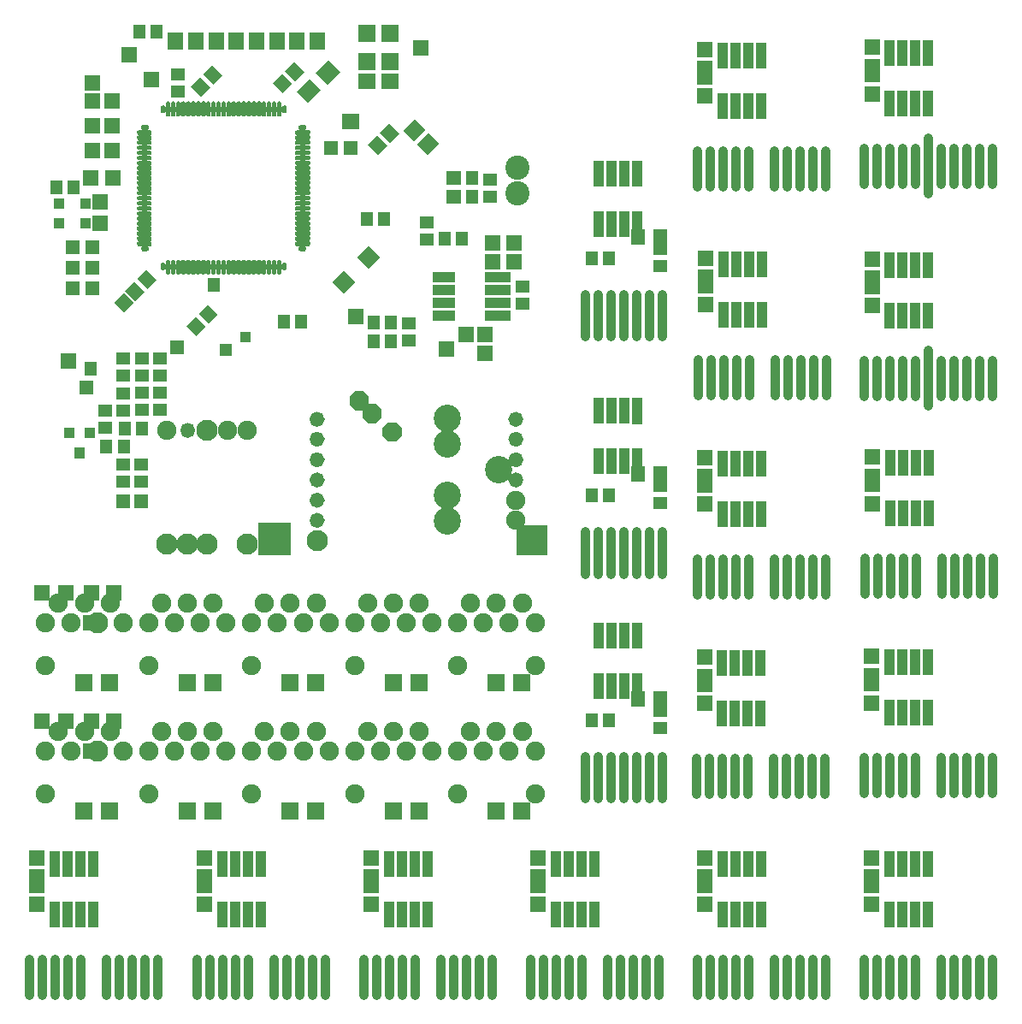
<source format=gts>
%FSLAX34Y34*%
%MOMM*%
%LNSOLDERMASK_TOP*%
G71*
G01*
%ADD10C, 1.900*%
%ADD11C, 2.100*%
%ADD12R, 1.800X1.800*%
%ADD13R, 1.600X1.600*%
%ADD14R, 1.600X1.500*%
%ADD15R, 1.100X1.100*%
%ADD16R, 0.500X0.500*%
%ADD17C, 0.200*%
%ADD18C, 0.500*%
%ADD19R, 1.300X1.400*%
%ADD20R, 1.400X1.400*%
%ADD21R, 2.600X1.000*%
%ADD22R, 1.400X1.300*%
%ADD23R, 1.500X1.800*%
%ADD24R, 1.800X1.600*%
%ADD25C, 2.400*%
%ADD26R, 1.200X1.400*%
%ADD27C, 2.700*%
%ADD28R, 1.000X1.100*%
%ADD29R, 1.500X1.600*%
%ADD30R, 2.200X1.000*%
%ADD31R, 1.300X1.300*%
%ADD32R, 1.100X1.000*%
%ADD33R, 1.100X1.600*%
%ADD34R, 1.000X2.600*%
%ADD35C, 0.950*%
%ADD36R, 1.400X1.600*%
%LPD*%
X43918Y-654498D02*
G54D10*
D03*
X145917Y-654498D02*
G54D10*
D03*
X247917Y-654498D02*
G54D10*
D03*
X349917Y-654498D02*
G54D10*
D03*
X451917Y-654498D02*
G54D10*
D03*
X528417Y-654498D02*
G54D10*
D03*
X43918Y-612222D02*
G54D10*
D03*
X69418Y-612223D02*
G54D10*
D03*
X94918Y-612222D02*
G54D11*
D03*
X120417Y-612223D02*
G54D10*
D03*
X145917Y-612223D02*
G54D10*
D03*
X171417Y-612223D02*
G54D10*
D03*
X196917Y-612223D02*
G54D10*
D03*
X222417Y-612223D02*
G54D10*
D03*
X247917Y-612223D02*
G54D10*
D03*
X273417Y-612223D02*
G54D10*
D03*
X298917Y-612223D02*
G54D10*
D03*
X324417Y-612223D02*
G54D10*
D03*
X349917Y-612223D02*
G54D10*
D03*
X375417Y-612223D02*
G54D10*
D03*
X400917Y-612223D02*
G54D10*
D03*
X426417Y-612223D02*
G54D10*
D03*
X451917Y-612223D02*
G54D10*
D03*
X477417Y-612223D02*
G54D10*
D03*
X502918Y-612223D02*
G54D10*
D03*
X528418Y-612223D02*
G54D10*
D03*
X56668Y-592222D02*
G54D10*
D03*
X82168Y-592222D02*
G54D10*
D03*
X107668Y-592223D02*
G54D10*
D03*
X158667Y-592223D02*
G54D10*
D03*
X184167Y-592223D02*
G54D10*
D03*
X209667Y-592223D02*
G54D10*
D03*
X260667Y-592223D02*
G54D10*
D03*
X286167Y-592223D02*
G54D10*
D03*
X311667Y-592223D02*
G54D10*
D03*
X362667Y-592223D02*
G54D10*
D03*
X388167Y-592223D02*
G54D10*
D03*
X413667Y-592223D02*
G54D10*
D03*
X464668Y-592223D02*
G54D10*
D03*
X490168Y-592223D02*
G54D10*
D03*
X515668Y-592223D02*
G54D10*
D03*
X82090Y-671248D02*
G54D12*
D03*
X107490Y-671248D02*
G54D12*
D03*
X184090Y-671248D02*
G54D12*
D03*
X209490Y-671248D02*
G54D12*
D03*
X286090Y-671248D02*
G54D12*
D03*
X311490Y-671248D02*
G54D12*
D03*
X388090Y-671248D02*
G54D12*
D03*
X413490Y-671248D02*
G54D12*
D03*
X490090Y-671248D02*
G54D12*
D03*
X515490Y-671248D02*
G54D12*
D03*
X111626Y-582274D02*
G54D13*
D03*
X89401Y-582274D02*
G54D13*
D03*
X64001Y-582274D02*
G54D13*
D03*
X40585Y-582274D02*
G54D13*
D03*
X97415Y-216593D02*
G54D14*
D03*
X97415Y-195593D02*
G54D14*
D03*
X57310Y-197190D02*
G54D15*
D03*
X57310Y-216240D02*
G54D15*
D03*
X83424Y-216240D02*
G54D15*
D03*
X83472Y-197131D02*
G54D15*
D03*
G36*
X277589Y-101149D02*
X282589Y-101148D01*
X282590Y-106148D01*
X277590Y-106149D01*
X277589Y-101149D01*
G37*
G36*
X272589Y-101149D02*
X277589Y-101148D01*
X277590Y-106148D01*
X272590Y-106149D01*
X272589Y-101149D01*
G37*
X270089Y-103649D02*
G54D16*
D03*
X265089Y-103649D02*
G54D16*
D03*
X260090Y-103649D02*
G54D16*
D03*
X255089Y-103649D02*
G54D16*
D03*
G36*
X247589Y-101149D02*
X252589Y-101148D01*
X252590Y-106148D01*
X247590Y-106149D01*
X247589Y-101149D01*
G37*
X245089Y-103649D02*
G54D16*
D03*
X240090Y-103649D02*
G54D16*
D03*
X235090Y-103649D02*
G54D16*
D03*
X230089Y-103649D02*
G54D16*
D03*
G36*
X222589Y-101149D02*
X227589Y-101148D01*
X227590Y-106148D01*
X222590Y-106149D01*
X222589Y-101149D01*
G37*
X220089Y-103649D02*
G54D16*
D03*
X215089Y-103649D02*
G54D16*
D03*
X210089Y-103649D02*
G54D16*
D03*
X205090Y-103648D02*
G54D16*
D03*
X200089Y-103649D02*
G54D16*
D03*
G36*
X192589Y-101149D02*
X197589Y-101148D01*
X197590Y-106148D01*
X192590Y-106149D01*
X192589Y-101149D01*
G37*
G36*
X187589Y-101149D02*
X192589Y-101148D01*
X192590Y-106148D01*
X187590Y-106149D01*
X187589Y-101149D01*
G37*
X185089Y-103649D02*
G54D16*
D03*
X180090Y-103648D02*
G54D16*
D03*
X175090Y-103649D02*
G54D16*
D03*
G36*
X167589Y-101149D02*
X172589Y-101148D01*
X172590Y-106148D01*
X167590Y-106149D01*
X167589Y-101149D01*
G37*
X165090Y-103649D02*
G54D16*
D03*
G36*
X157589Y-101149D02*
X162589Y-101148D01*
X162590Y-106148D01*
X157590Y-106149D01*
X157589Y-101149D01*
G37*
G36*
X280584Y-100618D02*
X281584Y-101618D01*
X281584Y-106118D01*
X281084Y-106618D01*
X279084Y-106618D01*
X278584Y-106118D01*
X278584Y-101618D01*
X279584Y-100618D01*
X280584Y-100618D01*
G37*
G54D17*
X280584Y-100618D02*
X281584Y-101618D01*
X281584Y-106118D01*
X281084Y-106618D01*
X279084Y-106618D01*
X278584Y-106118D01*
X278584Y-101618D01*
X279584Y-100618D01*
X280584Y-100618D01*
G36*
X160584Y-100618D02*
X161584Y-101618D01*
X161584Y-106118D01*
X161084Y-106618D01*
X159084Y-106618D01*
X158584Y-106118D01*
X158584Y-101618D01*
X159584Y-100618D01*
X160584Y-100618D01*
G37*
G54D17*
X160584Y-100618D02*
X161584Y-101618D01*
X161584Y-106118D01*
X161084Y-106618D01*
X159084Y-106618D01*
X158584Y-106118D01*
X158584Y-101618D01*
X159584Y-100618D01*
X160584Y-100618D01*
G36*
X270584Y-96618D02*
X271584Y-97618D01*
X271584Y-109118D01*
X271084Y-109618D01*
X269084Y-109618D01*
X268584Y-109118D01*
X268584Y-97618D01*
X269584Y-96618D01*
X270584Y-96618D01*
G37*
G54D17*
X270584Y-96618D02*
X271584Y-97618D01*
X271584Y-109118D01*
X271084Y-109618D01*
X269084Y-109618D01*
X268584Y-109118D01*
X268584Y-97618D01*
X269584Y-96618D01*
X270584Y-96618D01*
G36*
X265584Y-96618D02*
X266584Y-97618D01*
X266584Y-109118D01*
X266084Y-109618D01*
X264084Y-109618D01*
X263584Y-109118D01*
X263584Y-97618D01*
X264584Y-96618D01*
X265584Y-96618D01*
G37*
G54D17*
X265584Y-96618D02*
X266584Y-97618D01*
X266584Y-109118D01*
X266084Y-109618D01*
X264084Y-109618D01*
X263584Y-109118D01*
X263584Y-97618D01*
X264584Y-96618D01*
X265584Y-96618D01*
G36*
X260584Y-96618D02*
X261584Y-97618D01*
X261584Y-109118D01*
X261084Y-109618D01*
X259084Y-109618D01*
X258584Y-109118D01*
X258584Y-97618D01*
X259584Y-96618D01*
X260584Y-96618D01*
G37*
G54D17*
X260584Y-96618D02*
X261584Y-97618D01*
X261584Y-109118D01*
X261084Y-109618D01*
X259084Y-109618D01*
X258584Y-109118D01*
X258584Y-97618D01*
X259584Y-96618D01*
X260584Y-96618D01*
G36*
X255584Y-96618D02*
X256584Y-97618D01*
X256584Y-109118D01*
X256084Y-109618D01*
X254084Y-109618D01*
X253584Y-109118D01*
X253584Y-97618D01*
X254584Y-96618D01*
X255584Y-96618D01*
G37*
G54D17*
X255584Y-96618D02*
X256584Y-97618D01*
X256584Y-109118D01*
X256084Y-109618D01*
X254084Y-109618D01*
X253584Y-109118D01*
X253584Y-97618D01*
X254584Y-96618D01*
X255584Y-96618D01*
G36*
X250584Y-96618D02*
X251584Y-97618D01*
X251584Y-109118D01*
X251084Y-109618D01*
X249084Y-109618D01*
X248584Y-109118D01*
X248584Y-97618D01*
X249584Y-96618D01*
X250584Y-96618D01*
G37*
G54D17*
X250584Y-96618D02*
X251584Y-97618D01*
X251584Y-109118D01*
X251084Y-109618D01*
X249084Y-109618D01*
X248584Y-109118D01*
X248584Y-97618D01*
X249584Y-96618D01*
X250584Y-96618D01*
G36*
X245584Y-96618D02*
X246584Y-97618D01*
X246584Y-109118D01*
X246084Y-109618D01*
X244084Y-109618D01*
X243584Y-109118D01*
X243584Y-97618D01*
X244584Y-96618D01*
X245584Y-96618D01*
G37*
G54D17*
X245584Y-96618D02*
X246584Y-97618D01*
X246584Y-109118D01*
X246084Y-109618D01*
X244084Y-109618D01*
X243584Y-109118D01*
X243584Y-97618D01*
X244584Y-96618D01*
X245584Y-96618D01*
G36*
X240584Y-96618D02*
X241584Y-97618D01*
X241584Y-109118D01*
X241084Y-109618D01*
X239084Y-109618D01*
X238584Y-109118D01*
X238584Y-97618D01*
X239584Y-96618D01*
X240584Y-96618D01*
G37*
G54D17*
X240584Y-96618D02*
X241584Y-97618D01*
X241584Y-109118D01*
X241084Y-109618D01*
X239084Y-109618D01*
X238584Y-109118D01*
X238584Y-97618D01*
X239584Y-96618D01*
X240584Y-96618D01*
G36*
X235584Y-96618D02*
X236584Y-97618D01*
X236584Y-109118D01*
X236084Y-109618D01*
X234084Y-109618D01*
X233584Y-109118D01*
X233584Y-97618D01*
X234584Y-96618D01*
X235584Y-96618D01*
G37*
G54D17*
X235584Y-96618D02*
X236584Y-97618D01*
X236584Y-109118D01*
X236084Y-109618D01*
X234084Y-109618D01*
X233584Y-109118D01*
X233584Y-97618D01*
X234584Y-96618D01*
X235584Y-96618D01*
G36*
X230584Y-96618D02*
X231584Y-97618D01*
X231584Y-109118D01*
X231084Y-109618D01*
X229084Y-109618D01*
X228584Y-109118D01*
X228584Y-97618D01*
X229584Y-96618D01*
X230584Y-96618D01*
G37*
G54D17*
X230584Y-96618D02*
X231584Y-97618D01*
X231584Y-109118D01*
X231084Y-109618D01*
X229084Y-109618D01*
X228584Y-109118D01*
X228584Y-97618D01*
X229584Y-96618D01*
X230584Y-96618D01*
G36*
X225584Y-96618D02*
X226584Y-97618D01*
X226584Y-109118D01*
X226084Y-109618D01*
X224084Y-109618D01*
X223584Y-109118D01*
X223584Y-97618D01*
X224584Y-96618D01*
X225584Y-96618D01*
G37*
G54D17*
X225584Y-96618D02*
X226584Y-97618D01*
X226584Y-109118D01*
X226084Y-109618D01*
X224084Y-109618D01*
X223584Y-109118D01*
X223584Y-97618D01*
X224584Y-96618D01*
X225584Y-96618D01*
G36*
X220584Y-96618D02*
X221584Y-97618D01*
X221584Y-109118D01*
X221084Y-109618D01*
X219084Y-109618D01*
X218584Y-109118D01*
X218584Y-97618D01*
X219584Y-96618D01*
X220584Y-96618D01*
G37*
G54D17*
X220584Y-96618D02*
X221584Y-97618D01*
X221584Y-109118D01*
X221084Y-109618D01*
X219084Y-109618D01*
X218584Y-109118D01*
X218584Y-97618D01*
X219584Y-96618D01*
X220584Y-96618D01*
G36*
X215584Y-96618D02*
X216584Y-97618D01*
X216584Y-109118D01*
X216084Y-109618D01*
X214084Y-109618D01*
X213584Y-109118D01*
X213584Y-97618D01*
X214584Y-96618D01*
X215584Y-96618D01*
G37*
G54D17*
X215584Y-96618D02*
X216584Y-97618D01*
X216584Y-109118D01*
X216084Y-109618D01*
X214084Y-109618D01*
X213584Y-109118D01*
X213584Y-97618D01*
X214584Y-96618D01*
X215584Y-96618D01*
G36*
X210584Y-96618D02*
X211584Y-97618D01*
X211584Y-109118D01*
X211084Y-109618D01*
X209084Y-109618D01*
X208584Y-109118D01*
X208584Y-97618D01*
X209584Y-96618D01*
X210584Y-96618D01*
G37*
G54D17*
X210584Y-96618D02*
X211584Y-97618D01*
X211584Y-109118D01*
X211084Y-109618D01*
X209084Y-109618D01*
X208584Y-109118D01*
X208584Y-97618D01*
X209584Y-96618D01*
X210584Y-96618D01*
G36*
X205584Y-96618D02*
X206584Y-97618D01*
X206584Y-109118D01*
X206084Y-109618D01*
X204084Y-109618D01*
X203584Y-109118D01*
X203584Y-97618D01*
X204584Y-96618D01*
X205584Y-96618D01*
G37*
G54D17*
X205584Y-96618D02*
X206584Y-97618D01*
X206584Y-109118D01*
X206084Y-109618D01*
X204084Y-109618D01*
X203584Y-109118D01*
X203584Y-97618D01*
X204584Y-96618D01*
X205584Y-96618D01*
G36*
X200584Y-96618D02*
X201584Y-97618D01*
X201584Y-109118D01*
X201084Y-109618D01*
X199084Y-109618D01*
X198584Y-109118D01*
X198584Y-97618D01*
X199584Y-96618D01*
X200584Y-96618D01*
G37*
G54D17*
X200584Y-96618D02*
X201584Y-97618D01*
X201584Y-109118D01*
X201084Y-109618D01*
X199084Y-109618D01*
X198584Y-109118D01*
X198584Y-97618D01*
X199584Y-96618D01*
X200584Y-96618D01*
G36*
X195584Y-96618D02*
X196584Y-97618D01*
X196584Y-109118D01*
X196084Y-109618D01*
X194084Y-109618D01*
X193584Y-109118D01*
X193584Y-97618D01*
X194584Y-96618D01*
X195584Y-96618D01*
G37*
G54D17*
X195584Y-96618D02*
X196584Y-97618D01*
X196584Y-109118D01*
X196084Y-109618D01*
X194084Y-109618D01*
X193584Y-109118D01*
X193584Y-97618D01*
X194584Y-96618D01*
X195584Y-96618D01*
G36*
X190584Y-96618D02*
X191584Y-97618D01*
X191584Y-109118D01*
X191084Y-109618D01*
X189084Y-109618D01*
X188584Y-109118D01*
X188584Y-97618D01*
X189584Y-96618D01*
X190584Y-96618D01*
G37*
G54D17*
X190584Y-96618D02*
X191584Y-97618D01*
X191584Y-109118D01*
X191084Y-109618D01*
X189084Y-109618D01*
X188584Y-109118D01*
X188584Y-97618D01*
X189584Y-96618D01*
X190584Y-96618D01*
G36*
X185584Y-96618D02*
X186584Y-97618D01*
X186584Y-109118D01*
X186084Y-109618D01*
X184084Y-109618D01*
X183584Y-109118D01*
X183584Y-97618D01*
X184584Y-96618D01*
X185584Y-96618D01*
G37*
G54D17*
X185584Y-96618D02*
X186584Y-97618D01*
X186584Y-109118D01*
X186084Y-109618D01*
X184084Y-109618D01*
X183584Y-109118D01*
X183584Y-97618D01*
X184584Y-96618D01*
X185584Y-96618D01*
G36*
X180584Y-96618D02*
X181584Y-97618D01*
X181584Y-109118D01*
X181084Y-109618D01*
X179084Y-109618D01*
X178584Y-109118D01*
X178584Y-97618D01*
X179584Y-96618D01*
X180584Y-96618D01*
G37*
G54D17*
X180584Y-96618D02*
X181584Y-97618D01*
X181584Y-109118D01*
X181084Y-109618D01*
X179084Y-109618D01*
X178584Y-109118D01*
X178584Y-97618D01*
X179584Y-96618D01*
X180584Y-96618D01*
G36*
X175584Y-96618D02*
X176584Y-97618D01*
X176584Y-109118D01*
X176084Y-109618D01*
X174084Y-109618D01*
X173584Y-109118D01*
X173584Y-97618D01*
X174584Y-96618D01*
X175584Y-96618D01*
G37*
G54D17*
X175584Y-96618D02*
X176584Y-97618D01*
X176584Y-109118D01*
X176084Y-109618D01*
X174084Y-109618D01*
X173584Y-109118D01*
X173584Y-97618D01*
X174584Y-96618D01*
X175584Y-96618D01*
G36*
X170584Y-96618D02*
X171584Y-97618D01*
X171584Y-109118D01*
X171084Y-109618D01*
X169084Y-109618D01*
X168584Y-109118D01*
X168584Y-97618D01*
X169584Y-96618D01*
X170584Y-96618D01*
G37*
G54D17*
X170584Y-96618D02*
X171584Y-97618D01*
X171584Y-109118D01*
X171084Y-109618D01*
X169084Y-109618D01*
X168584Y-109118D01*
X168584Y-97618D01*
X169584Y-96618D01*
X170584Y-96618D01*
G36*
X165584Y-96618D02*
X166584Y-97618D01*
X166584Y-109118D01*
X166084Y-109618D01*
X164084Y-109618D01*
X163584Y-109118D01*
X163584Y-97618D01*
X164584Y-96618D01*
X165584Y-96618D01*
G37*
G54D17*
X165584Y-96618D02*
X166584Y-97618D01*
X166584Y-109118D01*
X166084Y-109618D01*
X164084Y-109618D01*
X163584Y-109118D01*
X163584Y-97618D01*
X164584Y-96618D01*
X165584Y-96618D01*
G36*
X275584Y-96618D02*
X276584Y-97618D01*
X276584Y-109118D01*
X276084Y-109618D01*
X274084Y-109618D01*
X273584Y-109118D01*
X273584Y-97618D01*
X274584Y-96618D01*
X275584Y-96618D01*
G37*
G54D17*
X275584Y-96618D02*
X276584Y-97618D01*
X276584Y-109118D01*
X276084Y-109618D01*
X274084Y-109618D01*
X273584Y-109118D01*
X273584Y-97618D01*
X274584Y-96618D01*
X275584Y-96618D01*
X298053Y-241612D02*
G54D16*
D03*
X298053Y-236612D02*
G54D16*
D03*
X298053Y-231613D02*
G54D16*
D03*
X298053Y-226612D02*
G54D16*
D03*
X298053Y-221612D02*
G54D16*
D03*
X298053Y-216613D02*
G54D16*
D03*
X298053Y-211612D02*
G54D16*
D03*
X298053Y-206612D02*
G54D16*
D03*
X298053Y-201612D02*
G54D16*
D03*
X298053Y-196612D02*
G54D16*
D03*
X298053Y-191612D02*
G54D16*
D03*
X298053Y-186612D02*
G54D16*
D03*
X298053Y-181612D02*
G54D16*
D03*
X298053Y-176612D02*
G54D16*
D03*
X298053Y-171613D02*
G54D16*
D03*
X298053Y-166612D02*
G54D16*
D03*
X298053Y-161612D02*
G54D16*
D03*
X298053Y-156612D02*
G54D16*
D03*
X298053Y-151612D02*
G54D16*
D03*
X298053Y-146613D02*
G54D16*
D03*
X298053Y-141612D02*
G54D16*
D03*
X298053Y-136612D02*
G54D16*
D03*
X298053Y-131612D02*
G54D16*
D03*
X298053Y-126612D02*
G54D16*
D03*
X298053Y-121612D02*
G54D16*
D03*
G36*
X301084Y-242118D02*
X300084Y-243118D01*
X295584Y-243118D01*
X295084Y-242618D01*
X295084Y-240618D01*
X295584Y-240118D01*
X300084Y-240118D01*
X301084Y-241118D01*
X301084Y-242118D01*
G37*
G54D17*
X301084Y-242118D02*
X300084Y-243118D01*
X295584Y-243118D01*
X295084Y-242618D01*
X295084Y-240618D01*
X295584Y-240118D01*
X300084Y-240118D01*
X301084Y-241118D01*
X301084Y-242118D01*
G36*
X301084Y-122118D02*
X300084Y-123118D01*
X295584Y-123118D01*
X295084Y-122618D01*
X295084Y-120618D01*
X295584Y-120118D01*
X300084Y-120118D01*
X301084Y-121118D01*
X301084Y-122118D01*
G37*
G54D17*
X301084Y-122118D02*
X300084Y-123118D01*
X295584Y-123118D01*
X295084Y-122618D01*
X295084Y-120618D01*
X295584Y-120118D01*
X300084Y-120118D01*
X301084Y-121118D01*
X301084Y-122118D01*
G36*
X305084Y-232118D02*
X304084Y-233118D01*
X292584Y-233118D01*
X292084Y-232618D01*
X292084Y-230618D01*
X292584Y-230118D01*
X304084Y-230118D01*
X305084Y-231118D01*
X305084Y-232118D01*
G37*
G54D17*
X305084Y-232118D02*
X304084Y-233118D01*
X292584Y-233118D01*
X292084Y-232618D01*
X292084Y-230618D01*
X292584Y-230118D01*
X304084Y-230118D01*
X305084Y-231118D01*
X305084Y-232118D01*
G36*
X305084Y-227118D02*
X304084Y-228118D01*
X292584Y-228118D01*
X292084Y-227618D01*
X292084Y-225618D01*
X292584Y-225118D01*
X304084Y-225118D01*
X305084Y-226118D01*
X305084Y-227118D01*
G37*
G54D17*
X305084Y-227118D02*
X304084Y-228118D01*
X292584Y-228118D01*
X292084Y-227618D01*
X292084Y-225618D01*
X292584Y-225118D01*
X304084Y-225118D01*
X305084Y-226118D01*
X305084Y-227118D01*
G36*
X305084Y-222118D02*
X304084Y-223118D01*
X292584Y-223118D01*
X292084Y-222618D01*
X292084Y-220618D01*
X292584Y-220118D01*
X304084Y-220118D01*
X305084Y-221118D01*
X305084Y-222118D01*
G37*
G54D17*
X305084Y-222118D02*
X304084Y-223118D01*
X292584Y-223118D01*
X292084Y-222618D01*
X292084Y-220618D01*
X292584Y-220118D01*
X304084Y-220118D01*
X305084Y-221118D01*
X305084Y-222118D01*
G36*
X305084Y-217118D02*
X304084Y-218118D01*
X292584Y-218118D01*
X292084Y-217618D01*
X292084Y-215618D01*
X292584Y-215118D01*
X304084Y-215118D01*
X305084Y-216118D01*
X305084Y-217118D01*
G37*
G54D17*
X305084Y-217118D02*
X304084Y-218118D01*
X292584Y-218118D01*
X292084Y-217618D01*
X292084Y-215618D01*
X292584Y-215118D01*
X304084Y-215118D01*
X305084Y-216118D01*
X305084Y-217118D01*
G36*
X305084Y-212118D02*
X304084Y-213118D01*
X292584Y-213118D01*
X292084Y-212618D01*
X292084Y-210618D01*
X292584Y-210118D01*
X304084Y-210118D01*
X305084Y-211118D01*
X305084Y-212118D01*
G37*
G54D17*
X305084Y-212118D02*
X304084Y-213118D01*
X292584Y-213118D01*
X292084Y-212618D01*
X292084Y-210618D01*
X292584Y-210118D01*
X304084Y-210118D01*
X305084Y-211118D01*
X305084Y-212118D01*
G36*
X305084Y-207118D02*
X304084Y-208118D01*
X292584Y-208118D01*
X292084Y-207618D01*
X292084Y-205618D01*
X292584Y-205118D01*
X304084Y-205118D01*
X305084Y-206118D01*
X305084Y-207118D01*
G37*
G54D17*
X305084Y-207118D02*
X304084Y-208118D01*
X292584Y-208118D01*
X292084Y-207618D01*
X292084Y-205618D01*
X292584Y-205118D01*
X304084Y-205118D01*
X305084Y-206118D01*
X305084Y-207118D01*
G36*
X305084Y-202118D02*
X304084Y-203118D01*
X292584Y-203118D01*
X292084Y-202618D01*
X292084Y-200618D01*
X292584Y-200118D01*
X304084Y-200118D01*
X305084Y-201118D01*
X305084Y-202118D01*
G37*
G54D17*
X305084Y-202118D02*
X304084Y-203118D01*
X292584Y-203118D01*
X292084Y-202618D01*
X292084Y-200618D01*
X292584Y-200118D01*
X304084Y-200118D01*
X305084Y-201118D01*
X305084Y-202118D01*
G36*
X305084Y-197118D02*
X304084Y-198118D01*
X292584Y-198118D01*
X292084Y-197618D01*
X292084Y-195618D01*
X292584Y-195118D01*
X304084Y-195118D01*
X305084Y-196118D01*
X305084Y-197118D01*
G37*
G54D17*
X305084Y-197118D02*
X304084Y-198118D01*
X292584Y-198118D01*
X292084Y-197618D01*
X292084Y-195618D01*
X292584Y-195118D01*
X304084Y-195118D01*
X305084Y-196118D01*
X305084Y-197118D01*
G36*
X305084Y-192118D02*
X304084Y-193118D01*
X292584Y-193118D01*
X292084Y-192618D01*
X292084Y-190618D01*
X292584Y-190118D01*
X304084Y-190118D01*
X305084Y-191118D01*
X305084Y-192118D01*
G37*
G54D17*
X305084Y-192118D02*
X304084Y-193118D01*
X292584Y-193118D01*
X292084Y-192618D01*
X292084Y-190618D01*
X292584Y-190118D01*
X304084Y-190118D01*
X305084Y-191118D01*
X305084Y-192118D01*
G36*
X305084Y-187118D02*
X304084Y-188118D01*
X292584Y-188118D01*
X292084Y-187618D01*
X292084Y-185618D01*
X292584Y-185118D01*
X304084Y-185118D01*
X305084Y-186118D01*
X305084Y-187118D01*
G37*
G54D17*
X305084Y-187118D02*
X304084Y-188118D01*
X292584Y-188118D01*
X292084Y-187618D01*
X292084Y-185618D01*
X292584Y-185118D01*
X304084Y-185118D01*
X305084Y-186118D01*
X305084Y-187118D01*
G36*
X305084Y-182118D02*
X304084Y-183118D01*
X292584Y-183118D01*
X292084Y-182618D01*
X292084Y-180618D01*
X292584Y-180118D01*
X304084Y-180118D01*
X305084Y-181118D01*
X305084Y-182118D01*
G37*
G54D17*
X305084Y-182118D02*
X304084Y-183118D01*
X292584Y-183118D01*
X292084Y-182618D01*
X292084Y-180618D01*
X292584Y-180118D01*
X304084Y-180118D01*
X305084Y-181118D01*
X305084Y-182118D01*
G36*
X305084Y-177118D02*
X304084Y-178118D01*
X292584Y-178118D01*
X292084Y-177618D01*
X292084Y-175618D01*
X292584Y-175118D01*
X304084Y-175118D01*
X305084Y-176118D01*
X305084Y-177118D01*
G37*
G54D17*
X305084Y-177118D02*
X304084Y-178118D01*
X292584Y-178118D01*
X292084Y-177618D01*
X292084Y-175618D01*
X292584Y-175118D01*
X304084Y-175118D01*
X305084Y-176118D01*
X305084Y-177118D01*
G36*
X305084Y-172118D02*
X304084Y-173118D01*
X292584Y-173118D01*
X292084Y-172618D01*
X292084Y-170618D01*
X292584Y-170118D01*
X304084Y-170118D01*
X305084Y-171118D01*
X305084Y-172118D01*
G37*
G54D17*
X305084Y-172118D02*
X304084Y-173118D01*
X292584Y-173118D01*
X292084Y-172618D01*
X292084Y-170618D01*
X292584Y-170118D01*
X304084Y-170118D01*
X305084Y-171118D01*
X305084Y-172118D01*
G36*
X305084Y-167118D02*
X304084Y-168118D01*
X292584Y-168118D01*
X292084Y-167618D01*
X292084Y-165618D01*
X292584Y-165118D01*
X304084Y-165118D01*
X305084Y-166118D01*
X305084Y-167118D01*
G37*
G54D17*
X305084Y-167118D02*
X304084Y-168118D01*
X292584Y-168118D01*
X292084Y-167618D01*
X292084Y-165618D01*
X292584Y-165118D01*
X304084Y-165118D01*
X305084Y-166118D01*
X305084Y-167118D01*
G36*
X305084Y-162118D02*
X304084Y-163118D01*
X292584Y-163118D01*
X292084Y-162618D01*
X292084Y-160618D01*
X292584Y-160118D01*
X304084Y-160118D01*
X305084Y-161118D01*
X305084Y-162118D01*
G37*
G54D17*
X305084Y-162118D02*
X304084Y-163118D01*
X292584Y-163118D01*
X292084Y-162618D01*
X292084Y-160618D01*
X292584Y-160118D01*
X304084Y-160118D01*
X305084Y-161118D01*
X305084Y-162118D01*
G36*
X305084Y-157118D02*
X304084Y-158118D01*
X292584Y-158118D01*
X292084Y-157618D01*
X292084Y-155618D01*
X292584Y-155118D01*
X304084Y-155118D01*
X305084Y-156118D01*
X305084Y-157118D01*
G37*
G54D17*
X305084Y-157118D02*
X304084Y-158118D01*
X292584Y-158118D01*
X292084Y-157618D01*
X292084Y-155618D01*
X292584Y-155118D01*
X304084Y-155118D01*
X305084Y-156118D01*
X305084Y-157118D01*
G36*
X305084Y-152118D02*
X304084Y-153118D01*
X292584Y-153118D01*
X292084Y-152618D01*
X292084Y-150618D01*
X292584Y-150118D01*
X304084Y-150118D01*
X305084Y-151118D01*
X305084Y-152118D01*
G37*
G54D17*
X305084Y-152118D02*
X304084Y-153118D01*
X292584Y-153118D01*
X292084Y-152618D01*
X292084Y-150618D01*
X292584Y-150118D01*
X304084Y-150118D01*
X305084Y-151118D01*
X305084Y-152118D01*
G36*
X305084Y-147118D02*
X304084Y-148118D01*
X292584Y-148118D01*
X292084Y-147618D01*
X292084Y-145618D01*
X292584Y-145118D01*
X304084Y-145118D01*
X305084Y-146118D01*
X305084Y-147118D01*
G37*
G54D17*
X305084Y-147118D02*
X304084Y-148118D01*
X292584Y-148118D01*
X292084Y-147618D01*
X292084Y-145618D01*
X292584Y-145118D01*
X304084Y-145118D01*
X305084Y-146118D01*
X305084Y-147118D01*
G36*
X305084Y-142118D02*
X304084Y-143118D01*
X292584Y-143118D01*
X292084Y-142618D01*
X292084Y-140618D01*
X292584Y-140118D01*
X304084Y-140118D01*
X305084Y-141118D01*
X305084Y-142118D01*
G37*
G54D17*
X305084Y-142118D02*
X304084Y-143118D01*
X292584Y-143118D01*
X292084Y-142618D01*
X292084Y-140618D01*
X292584Y-140118D01*
X304084Y-140118D01*
X305084Y-141118D01*
X305084Y-142118D01*
G36*
X305084Y-137118D02*
X304084Y-138118D01*
X292584Y-138118D01*
X292084Y-137618D01*
X292084Y-135618D01*
X292584Y-135118D01*
X304084Y-135118D01*
X305084Y-136118D01*
X305084Y-137118D01*
G37*
G54D17*
X305084Y-137118D02*
X304084Y-138118D01*
X292584Y-138118D01*
X292084Y-137618D01*
X292084Y-135618D01*
X292584Y-135118D01*
X304084Y-135118D01*
X305084Y-136118D01*
X305084Y-137118D01*
G36*
X305084Y-132118D02*
X304084Y-133118D01*
X292584Y-133118D01*
X292084Y-132618D01*
X292084Y-130618D01*
X292584Y-130118D01*
X304084Y-130118D01*
X305084Y-131118D01*
X305084Y-132118D01*
G37*
G54D17*
X305084Y-132118D02*
X304084Y-133118D01*
X292584Y-133118D01*
X292084Y-132618D01*
X292084Y-130618D01*
X292584Y-130118D01*
X304084Y-130118D01*
X305084Y-131118D01*
X305084Y-132118D01*
G36*
X305084Y-127118D02*
X304084Y-128118D01*
X292584Y-128118D01*
X292084Y-127618D01*
X292084Y-125618D01*
X292584Y-125118D01*
X304084Y-125118D01*
X305084Y-126118D01*
X305084Y-127118D01*
G37*
G54D17*
X305084Y-127118D02*
X304084Y-128118D01*
X292584Y-128118D01*
X292084Y-127618D01*
X292084Y-125618D01*
X292584Y-125118D01*
X304084Y-125118D01*
X305084Y-126118D01*
X305084Y-127118D01*
G36*
X305084Y-237118D02*
X304084Y-238118D01*
X292584Y-238118D01*
X292084Y-237618D01*
X292084Y-235618D01*
X292584Y-235118D01*
X304084Y-235118D01*
X305084Y-236118D01*
X305084Y-237118D01*
G37*
G54D17*
X305084Y-237118D02*
X304084Y-238118D01*
X292584Y-238118D01*
X292084Y-237618D01*
X292084Y-235618D01*
X292584Y-235118D01*
X304084Y-235118D01*
X305084Y-236118D01*
X305084Y-237118D01*
X160089Y-259586D02*
G54D16*
D03*
X165089Y-259586D02*
G54D16*
D03*
X170089Y-259586D02*
G54D16*
D03*
X175089Y-259586D02*
G54D16*
D03*
X180089Y-259586D02*
G54D16*
D03*
X185089Y-259586D02*
G54D16*
D03*
X190089Y-259586D02*
G54D16*
D03*
X195089Y-259586D02*
G54D16*
D03*
X200089Y-259586D02*
G54D16*
D03*
X205089Y-259586D02*
G54D16*
D03*
X210089Y-259586D02*
G54D16*
D03*
X215090Y-259586D02*
G54D16*
D03*
X220089Y-259586D02*
G54D16*
D03*
X225089Y-259586D02*
G54D16*
D03*
X230089Y-259586D02*
G54D16*
D03*
X235089Y-259586D02*
G54D16*
D03*
X240089Y-259586D02*
G54D16*
D03*
X245090Y-259586D02*
G54D16*
D03*
X250090Y-259586D02*
G54D16*
D03*
X255089Y-259586D02*
G54D16*
D03*
X260089Y-259586D02*
G54D16*
D03*
X265089Y-259586D02*
G54D16*
D03*
X270089Y-259586D02*
G54D16*
D03*
X275089Y-259586D02*
G54D16*
D03*
X280090Y-259586D02*
G54D16*
D03*
G36*
X159584Y-262618D02*
X158584Y-261618D01*
X158584Y-257118D01*
X159084Y-256618D01*
X161084Y-256618D01*
X161584Y-257118D01*
X161584Y-261618D01*
X160584Y-262618D01*
X159584Y-262618D01*
G37*
G54D17*
X159584Y-262618D02*
X158584Y-261618D01*
X158584Y-257118D01*
X159084Y-256618D01*
X161084Y-256618D01*
X161584Y-257118D01*
X161584Y-261618D01*
X160584Y-262618D01*
X159584Y-262618D01*
G36*
X279584Y-262618D02*
X278584Y-261618D01*
X278584Y-257118D01*
X279084Y-256618D01*
X281084Y-256618D01*
X281584Y-257118D01*
X281584Y-261618D01*
X280584Y-262618D01*
X279584Y-262618D01*
G37*
G54D17*
X279584Y-262618D02*
X278584Y-261618D01*
X278584Y-257118D01*
X279084Y-256618D01*
X281084Y-256618D01*
X281584Y-257118D01*
X281584Y-261618D01*
X280584Y-262618D01*
X279584Y-262618D01*
G36*
X169584Y-266618D02*
X168584Y-265618D01*
X168584Y-254118D01*
X169084Y-253618D01*
X171084Y-253618D01*
X171584Y-254118D01*
X171584Y-265618D01*
X170584Y-266618D01*
X169584Y-266618D01*
G37*
G54D17*
X169584Y-266618D02*
X168584Y-265618D01*
X168584Y-254118D01*
X169084Y-253618D01*
X171084Y-253618D01*
X171584Y-254118D01*
X171584Y-265618D01*
X170584Y-266618D01*
X169584Y-266618D01*
G36*
X174584Y-266618D02*
X173584Y-265618D01*
X173584Y-254118D01*
X174084Y-253618D01*
X176084Y-253618D01*
X176584Y-254118D01*
X176584Y-265618D01*
X175584Y-266618D01*
X174584Y-266618D01*
G37*
G54D17*
X174584Y-266618D02*
X173584Y-265618D01*
X173584Y-254118D01*
X174084Y-253618D01*
X176084Y-253618D01*
X176584Y-254118D01*
X176584Y-265618D01*
X175584Y-266618D01*
X174584Y-266618D01*
G36*
X179584Y-266618D02*
X178584Y-265618D01*
X178584Y-254118D01*
X179084Y-253618D01*
X181084Y-253618D01*
X181584Y-254118D01*
X181584Y-265618D01*
X180584Y-266618D01*
X179584Y-266618D01*
G37*
G54D17*
X179584Y-266618D02*
X178584Y-265618D01*
X178584Y-254118D01*
X179084Y-253618D01*
X181084Y-253618D01*
X181584Y-254118D01*
X181584Y-265618D01*
X180584Y-266618D01*
X179584Y-266618D01*
G36*
X184584Y-266618D02*
X183584Y-265618D01*
X183584Y-254118D01*
X184084Y-253618D01*
X186084Y-253618D01*
X186584Y-254118D01*
X186584Y-265618D01*
X185584Y-266618D01*
X184584Y-266618D01*
G37*
G54D17*
X184584Y-266618D02*
X183584Y-265618D01*
X183584Y-254118D01*
X184084Y-253618D01*
X186084Y-253618D01*
X186584Y-254118D01*
X186584Y-265618D01*
X185584Y-266618D01*
X184584Y-266618D01*
G36*
X189584Y-266618D02*
X188584Y-265618D01*
X188584Y-254118D01*
X189084Y-253618D01*
X191084Y-253618D01*
X191584Y-254118D01*
X191584Y-265618D01*
X190584Y-266618D01*
X189584Y-266618D01*
G37*
G54D17*
X189584Y-266618D02*
X188584Y-265618D01*
X188584Y-254118D01*
X189084Y-253618D01*
X191084Y-253618D01*
X191584Y-254118D01*
X191584Y-265618D01*
X190584Y-266618D01*
X189584Y-266618D01*
G36*
X194584Y-266618D02*
X193584Y-265618D01*
X193584Y-254118D01*
X194084Y-253618D01*
X196084Y-253618D01*
X196584Y-254118D01*
X196584Y-265618D01*
X195584Y-266618D01*
X194584Y-266618D01*
G37*
G54D17*
X194584Y-266618D02*
X193584Y-265618D01*
X193584Y-254118D01*
X194084Y-253618D01*
X196084Y-253618D01*
X196584Y-254118D01*
X196584Y-265618D01*
X195584Y-266618D01*
X194584Y-266618D01*
G36*
X199584Y-266618D02*
X198584Y-265618D01*
X198584Y-254118D01*
X199084Y-253618D01*
X201084Y-253618D01*
X201584Y-254118D01*
X201584Y-265618D01*
X200584Y-266618D01*
X199584Y-266618D01*
G37*
G54D17*
X199584Y-266618D02*
X198584Y-265618D01*
X198584Y-254118D01*
X199084Y-253618D01*
X201084Y-253618D01*
X201584Y-254118D01*
X201584Y-265618D01*
X200584Y-266618D01*
X199584Y-266618D01*
G36*
X204584Y-266618D02*
X203584Y-265618D01*
X203584Y-254118D01*
X204084Y-253618D01*
X206084Y-253618D01*
X206584Y-254118D01*
X206584Y-265618D01*
X205584Y-266618D01*
X204584Y-266618D01*
G37*
G54D17*
X204584Y-266618D02*
X203584Y-265618D01*
X203584Y-254118D01*
X204084Y-253618D01*
X206084Y-253618D01*
X206584Y-254118D01*
X206584Y-265618D01*
X205584Y-266618D01*
X204584Y-266618D01*
G36*
X209584Y-266618D02*
X208584Y-265618D01*
X208584Y-254118D01*
X209084Y-253618D01*
X211084Y-253618D01*
X211584Y-254118D01*
X211584Y-265618D01*
X210584Y-266618D01*
X209584Y-266618D01*
G37*
G54D17*
X209584Y-266618D02*
X208584Y-265618D01*
X208584Y-254118D01*
X209084Y-253618D01*
X211084Y-253618D01*
X211584Y-254118D01*
X211584Y-265618D01*
X210584Y-266618D01*
X209584Y-266618D01*
G36*
X214584Y-266618D02*
X213584Y-265618D01*
X213584Y-254118D01*
X214084Y-253618D01*
X216084Y-253618D01*
X216584Y-254118D01*
X216584Y-265618D01*
X215584Y-266618D01*
X214584Y-266618D01*
G37*
G54D17*
X214584Y-266618D02*
X213584Y-265618D01*
X213584Y-254118D01*
X214084Y-253618D01*
X216084Y-253618D01*
X216584Y-254118D01*
X216584Y-265618D01*
X215584Y-266618D01*
X214584Y-266618D01*
G36*
X219584Y-266618D02*
X218584Y-265618D01*
X218584Y-254118D01*
X219084Y-253618D01*
X221084Y-253618D01*
X221584Y-254118D01*
X221584Y-265618D01*
X220584Y-266618D01*
X219584Y-266618D01*
G37*
G54D17*
X219584Y-266618D02*
X218584Y-265618D01*
X218584Y-254118D01*
X219084Y-253618D01*
X221084Y-253618D01*
X221584Y-254118D01*
X221584Y-265618D01*
X220584Y-266618D01*
X219584Y-266618D01*
G36*
X224584Y-266618D02*
X223584Y-265618D01*
X223584Y-254118D01*
X224084Y-253618D01*
X226084Y-253618D01*
X226584Y-254118D01*
X226584Y-265618D01*
X225584Y-266618D01*
X224584Y-266618D01*
G37*
G54D17*
X224584Y-266618D02*
X223584Y-265618D01*
X223584Y-254118D01*
X224084Y-253618D01*
X226084Y-253618D01*
X226584Y-254118D01*
X226584Y-265618D01*
X225584Y-266618D01*
X224584Y-266618D01*
G36*
X229584Y-266618D02*
X228584Y-265618D01*
X228584Y-254118D01*
X229084Y-253618D01*
X231084Y-253618D01*
X231584Y-254118D01*
X231584Y-265618D01*
X230584Y-266618D01*
X229584Y-266618D01*
G37*
G54D17*
X229584Y-266618D02*
X228584Y-265618D01*
X228584Y-254118D01*
X229084Y-253618D01*
X231084Y-253618D01*
X231584Y-254118D01*
X231584Y-265618D01*
X230584Y-266618D01*
X229584Y-266618D01*
G36*
X234584Y-266618D02*
X233584Y-265618D01*
X233584Y-254118D01*
X234084Y-253618D01*
X236084Y-253618D01*
X236584Y-254118D01*
X236584Y-265618D01*
X235584Y-266618D01*
X234584Y-266618D01*
G37*
G54D17*
X234584Y-266618D02*
X233584Y-265618D01*
X233584Y-254118D01*
X234084Y-253618D01*
X236084Y-253618D01*
X236584Y-254118D01*
X236584Y-265618D01*
X235584Y-266618D01*
X234584Y-266618D01*
G36*
X239584Y-266618D02*
X238584Y-265618D01*
X238584Y-254118D01*
X239084Y-253618D01*
X241084Y-253618D01*
X241584Y-254118D01*
X241584Y-265618D01*
X240584Y-266618D01*
X239584Y-266618D01*
G37*
G54D17*
X239584Y-266618D02*
X238584Y-265618D01*
X238584Y-254118D01*
X239084Y-253618D01*
X241084Y-253618D01*
X241584Y-254118D01*
X241584Y-265618D01*
X240584Y-266618D01*
X239584Y-266618D01*
G36*
X244584Y-266618D02*
X243584Y-265618D01*
X243584Y-254118D01*
X244084Y-253618D01*
X246084Y-253618D01*
X246584Y-254118D01*
X246584Y-265618D01*
X245584Y-266618D01*
X244584Y-266618D01*
G37*
G54D17*
X244584Y-266618D02*
X243584Y-265618D01*
X243584Y-254118D01*
X244084Y-253618D01*
X246084Y-253618D01*
X246584Y-254118D01*
X246584Y-265618D01*
X245584Y-266618D01*
X244584Y-266618D01*
G36*
X249584Y-266618D02*
X248584Y-265618D01*
X248584Y-254118D01*
X249084Y-253618D01*
X251084Y-253618D01*
X251584Y-254118D01*
X251584Y-265618D01*
X250584Y-266618D01*
X249584Y-266618D01*
G37*
G54D17*
X249584Y-266618D02*
X248584Y-265618D01*
X248584Y-254118D01*
X249084Y-253618D01*
X251084Y-253618D01*
X251584Y-254118D01*
X251584Y-265618D01*
X250584Y-266618D01*
X249584Y-266618D01*
G36*
X254584Y-266618D02*
X253584Y-265618D01*
X253584Y-254118D01*
X254084Y-253618D01*
X256084Y-253618D01*
X256584Y-254118D01*
X256584Y-265618D01*
X255584Y-266618D01*
X254584Y-266618D01*
G37*
G54D17*
X254584Y-266618D02*
X253584Y-265618D01*
X253584Y-254118D01*
X254084Y-253618D01*
X256084Y-253618D01*
X256584Y-254118D01*
X256584Y-265618D01*
X255584Y-266618D01*
X254584Y-266618D01*
G36*
X259584Y-266618D02*
X258584Y-265618D01*
X258584Y-254118D01*
X259084Y-253618D01*
X261084Y-253618D01*
X261584Y-254118D01*
X261584Y-265618D01*
X260584Y-266618D01*
X259584Y-266618D01*
G37*
G54D17*
X259584Y-266618D02*
X258584Y-265618D01*
X258584Y-254118D01*
X259084Y-253618D01*
X261084Y-253618D01*
X261584Y-254118D01*
X261584Y-265618D01*
X260584Y-266618D01*
X259584Y-266618D01*
G36*
X264584Y-266618D02*
X263584Y-265618D01*
X263584Y-254118D01*
X264084Y-253618D01*
X266084Y-253618D01*
X266584Y-254118D01*
X266584Y-265618D01*
X265584Y-266618D01*
X264584Y-266618D01*
G37*
G54D17*
X264584Y-266618D02*
X263584Y-265618D01*
X263584Y-254118D01*
X264084Y-253618D01*
X266084Y-253618D01*
X266584Y-254118D01*
X266584Y-265618D01*
X265584Y-266618D01*
X264584Y-266618D01*
G36*
X269584Y-266618D02*
X268584Y-265618D01*
X268584Y-254118D01*
X269084Y-253618D01*
X271084Y-253618D01*
X271584Y-254118D01*
X271584Y-265618D01*
X270584Y-266618D01*
X269584Y-266618D01*
G37*
G54D17*
X269584Y-266618D02*
X268584Y-265618D01*
X268584Y-254118D01*
X269084Y-253618D01*
X271084Y-253618D01*
X271584Y-254118D01*
X271584Y-265618D01*
X270584Y-266618D01*
X269584Y-266618D01*
G36*
X274584Y-266618D02*
X273584Y-265618D01*
X273584Y-254118D01*
X274084Y-253618D01*
X276084Y-253618D01*
X276584Y-254117D01*
X276584Y-265618D01*
X275584Y-266618D01*
X274584Y-266618D01*
G37*
G54D17*
X274584Y-266618D02*
X273584Y-265618D01*
X273584Y-254118D01*
X274084Y-253618D01*
X276084Y-253618D01*
X276584Y-254117D01*
X276584Y-265618D01*
X275584Y-266618D01*
X274584Y-266618D01*
G36*
X164584Y-266618D02*
X163584Y-265618D01*
X163584Y-254118D01*
X164084Y-253618D01*
X166084Y-253618D01*
X166584Y-254118D01*
X166584Y-265618D01*
X165584Y-266618D01*
X164584Y-266618D01*
G37*
G54D17*
X164584Y-266618D02*
X163584Y-265618D01*
X163584Y-254118D01*
X164084Y-253618D01*
X166084Y-253618D01*
X166584Y-254118D01*
X166584Y-265618D01*
X165584Y-266618D01*
X164584Y-266618D01*
X142116Y-121622D02*
G54D16*
D03*
X142116Y-126622D02*
G54D16*
D03*
X142116Y-131622D02*
G54D16*
D03*
X142116Y-136623D02*
G54D16*
D03*
X142116Y-141622D02*
G54D16*
D03*
X142116Y-146622D02*
G54D16*
D03*
X142116Y-151622D02*
G54D16*
D03*
X142116Y-156622D02*
G54D16*
D03*
X142116Y-161622D02*
G54D16*
D03*
X142116Y-166622D02*
G54D16*
D03*
X142116Y-171622D02*
G54D16*
D03*
X142116Y-176622D02*
G54D16*
D03*
X142116Y-181622D02*
G54D16*
D03*
X142116Y-186622D02*
G54D16*
D03*
X142116Y-191622D02*
G54D16*
D03*
X142116Y-196622D02*
G54D16*
D03*
X142116Y-201622D02*
G54D16*
D03*
X142116Y-206622D02*
G54D16*
D03*
X142116Y-211622D02*
G54D16*
D03*
X142116Y-216622D02*
G54D16*
D03*
X142116Y-221622D02*
G54D16*
D03*
X142116Y-226622D02*
G54D16*
D03*
X142116Y-231622D02*
G54D16*
D03*
X142116Y-236622D02*
G54D16*
D03*
X142116Y-241622D02*
G54D16*
D03*
G36*
X139084Y-121118D02*
X140084Y-120118D01*
X144584Y-120118D01*
X145084Y-120618D01*
X145084Y-122618D01*
X144584Y-123118D01*
X140084Y-123118D01*
X139084Y-122118D01*
X139084Y-121118D01*
G37*
G54D17*
X139084Y-121118D02*
X140084Y-120118D01*
X144584Y-120118D01*
X145084Y-120618D01*
X145084Y-122618D01*
X144584Y-123118D01*
X140084Y-123118D01*
X139084Y-122118D01*
X139084Y-121118D01*
G36*
X139084Y-241118D02*
X140084Y-240118D01*
X144584Y-240118D01*
X145084Y-240618D01*
X145084Y-242618D01*
X144584Y-243118D01*
X140084Y-243118D01*
X139084Y-242118D01*
X139084Y-241118D01*
G37*
G54D17*
X139084Y-241118D02*
X140084Y-240118D01*
X144584Y-240118D01*
X145084Y-240618D01*
X145084Y-242618D01*
X144584Y-243118D01*
X140084Y-243118D01*
X139084Y-242118D01*
X139084Y-241118D01*
G36*
X135084Y-131118D02*
X136084Y-130118D01*
X147584Y-130118D01*
X148084Y-130618D01*
X148084Y-132618D01*
X147584Y-133118D01*
X136084Y-133118D01*
X135084Y-132118D01*
X135084Y-131118D01*
G37*
G54D17*
X135084Y-131118D02*
X136084Y-130118D01*
X147584Y-130118D01*
X148084Y-130618D01*
X148084Y-132618D01*
X147584Y-133118D01*
X136084Y-133118D01*
X135084Y-132118D01*
X135084Y-131118D01*
G36*
X135084Y-136118D02*
X136084Y-135118D01*
X147584Y-135118D01*
X148084Y-135618D01*
X148084Y-137618D01*
X147584Y-138118D01*
X136084Y-138118D01*
X135084Y-137118D01*
X135084Y-136118D01*
G37*
G54D17*
X135084Y-136118D02*
X136084Y-135118D01*
X147584Y-135118D01*
X148084Y-135618D01*
X148084Y-137618D01*
X147584Y-138118D01*
X136084Y-138118D01*
X135084Y-137118D01*
X135084Y-136118D01*
G36*
X135084Y-141118D02*
X136084Y-140118D01*
X147584Y-140118D01*
X148084Y-140618D01*
X148084Y-142618D01*
X147584Y-143118D01*
X136084Y-143118D01*
X135084Y-142118D01*
X135084Y-141118D01*
G37*
G54D17*
X135084Y-141118D02*
X136084Y-140118D01*
X147584Y-140118D01*
X148084Y-140618D01*
X148084Y-142618D01*
X147584Y-143118D01*
X136084Y-143118D01*
X135084Y-142118D01*
X135084Y-141118D01*
G36*
X135084Y-146118D02*
X136084Y-145118D01*
X147584Y-145118D01*
X148084Y-145618D01*
X148084Y-147618D01*
X147584Y-148118D01*
X136084Y-148118D01*
X135084Y-147118D01*
X135084Y-146118D01*
G37*
G54D17*
X135084Y-146118D02*
X136084Y-145118D01*
X147584Y-145118D01*
X148084Y-145618D01*
X148084Y-147618D01*
X147584Y-148118D01*
X136084Y-148118D01*
X135084Y-147118D01*
X135084Y-146118D01*
G36*
X135084Y-151118D02*
X136084Y-150118D01*
X147584Y-150118D01*
X148084Y-150618D01*
X148084Y-152618D01*
X147584Y-153118D01*
X136084Y-153118D01*
X135084Y-152118D01*
X135084Y-151118D01*
G37*
G54D17*
X135084Y-151118D02*
X136084Y-150118D01*
X147584Y-150118D01*
X148084Y-150618D01*
X148084Y-152618D01*
X147584Y-153118D01*
X136084Y-153118D01*
X135084Y-152118D01*
X135084Y-151118D01*
G36*
X135084Y-156118D02*
X136084Y-155118D01*
X147584Y-155118D01*
X148084Y-155618D01*
X148084Y-157618D01*
X147584Y-158118D01*
X136084Y-158118D01*
X135084Y-157118D01*
X135084Y-156118D01*
G37*
G54D17*
X135084Y-156118D02*
X136084Y-155118D01*
X147584Y-155118D01*
X148084Y-155618D01*
X148084Y-157618D01*
X147584Y-158118D01*
X136084Y-158118D01*
X135084Y-157118D01*
X135084Y-156118D01*
G36*
X135084Y-161118D02*
X136084Y-160118D01*
X147584Y-160118D01*
X148084Y-160618D01*
X148084Y-162618D01*
X147584Y-163118D01*
X136084Y-163118D01*
X135084Y-162118D01*
X135084Y-161118D01*
G37*
G54D17*
X135084Y-161118D02*
X136084Y-160118D01*
X147584Y-160118D01*
X148084Y-160618D01*
X148084Y-162618D01*
X147584Y-163118D01*
X136084Y-163118D01*
X135084Y-162118D01*
X135084Y-161118D01*
G36*
X135084Y-166118D02*
X136084Y-165118D01*
X147584Y-165118D01*
X148084Y-165618D01*
X148084Y-167618D01*
X147584Y-168118D01*
X136084Y-168118D01*
X135084Y-167118D01*
X135084Y-166118D01*
G37*
G54D17*
X135084Y-166118D02*
X136084Y-165118D01*
X147584Y-165118D01*
X148084Y-165618D01*
X148084Y-167618D01*
X147584Y-168118D01*
X136084Y-168118D01*
X135084Y-167118D01*
X135084Y-166118D01*
G36*
X135084Y-171118D02*
X136084Y-170118D01*
X147584Y-170118D01*
X148084Y-170618D01*
X148084Y-172618D01*
X147584Y-173118D01*
X136084Y-173118D01*
X135084Y-172118D01*
X135084Y-171118D01*
G37*
G54D17*
X135084Y-171118D02*
X136084Y-170118D01*
X147584Y-170118D01*
X148084Y-170618D01*
X148084Y-172618D01*
X147584Y-173118D01*
X136084Y-173118D01*
X135084Y-172118D01*
X135084Y-171118D01*
G36*
X135084Y-176118D02*
X136084Y-175118D01*
X147584Y-175118D01*
X148084Y-175618D01*
X148084Y-177618D01*
X147584Y-178118D01*
X136084Y-178118D01*
X135084Y-177118D01*
X135084Y-176118D01*
G37*
G54D17*
X135084Y-176118D02*
X136084Y-175118D01*
X147584Y-175118D01*
X148084Y-175618D01*
X148084Y-177618D01*
X147584Y-178118D01*
X136084Y-178118D01*
X135084Y-177118D01*
X135084Y-176118D01*
G36*
X135084Y-181118D02*
X136084Y-180118D01*
X147584Y-180118D01*
X148084Y-180618D01*
X148084Y-182618D01*
X147584Y-183118D01*
X136084Y-183118D01*
X135084Y-182118D01*
X135084Y-181118D01*
G37*
G54D17*
X135084Y-181118D02*
X136084Y-180118D01*
X147584Y-180118D01*
X148084Y-180618D01*
X148084Y-182618D01*
X147584Y-183118D01*
X136084Y-183118D01*
X135084Y-182118D01*
X135084Y-181118D01*
G36*
X135084Y-186118D02*
X136084Y-185118D01*
X147584Y-185118D01*
X148084Y-185618D01*
X148084Y-187618D01*
X147584Y-188118D01*
X136084Y-188118D01*
X135084Y-187118D01*
X135084Y-186118D01*
G37*
G54D17*
X135084Y-186118D02*
X136084Y-185118D01*
X147584Y-185118D01*
X148084Y-185618D01*
X148084Y-187618D01*
X147584Y-188118D01*
X136084Y-188118D01*
X135084Y-187118D01*
X135084Y-186118D01*
G36*
X135084Y-191118D02*
X136084Y-190118D01*
X147584Y-190118D01*
X148084Y-190618D01*
X148084Y-192618D01*
X147584Y-193118D01*
X136084Y-193118D01*
X135084Y-192118D01*
X135084Y-191118D01*
G37*
G54D17*
X135084Y-191118D02*
X136084Y-190118D01*
X147584Y-190118D01*
X148084Y-190618D01*
X148084Y-192618D01*
X147584Y-193118D01*
X136084Y-193118D01*
X135084Y-192118D01*
X135084Y-191118D01*
G36*
X135084Y-196118D02*
X136084Y-195118D01*
X147584Y-195118D01*
X148084Y-195618D01*
X148084Y-197618D01*
X147584Y-198118D01*
X136084Y-198118D01*
X135084Y-197118D01*
X135084Y-196118D01*
G37*
G54D17*
X135084Y-196118D02*
X136084Y-195118D01*
X147584Y-195118D01*
X148084Y-195618D01*
X148084Y-197618D01*
X147584Y-198118D01*
X136084Y-198118D01*
X135084Y-197118D01*
X135084Y-196118D01*
G36*
X135084Y-201118D02*
X136084Y-200118D01*
X147584Y-200118D01*
X148084Y-200618D01*
X148084Y-202618D01*
X147584Y-203118D01*
X136084Y-203118D01*
X135084Y-202118D01*
X135084Y-201118D01*
G37*
G54D17*
X135084Y-201118D02*
X136084Y-200118D01*
X147584Y-200118D01*
X148084Y-200618D01*
X148084Y-202618D01*
X147584Y-203118D01*
X136084Y-203118D01*
X135084Y-202118D01*
X135084Y-201118D01*
G36*
X135084Y-206118D02*
X136084Y-205118D01*
X147584Y-205118D01*
X148084Y-205618D01*
X148084Y-207618D01*
X147584Y-208118D01*
X136084Y-208118D01*
X135084Y-207118D01*
X135084Y-206118D01*
G37*
G54D17*
X135084Y-206118D02*
X136084Y-205118D01*
X147584Y-205118D01*
X148084Y-205618D01*
X148084Y-207618D01*
X147584Y-208118D01*
X136084Y-208118D01*
X135084Y-207118D01*
X135084Y-206118D01*
G36*
X135084Y-211118D02*
X136084Y-210118D01*
X147584Y-210118D01*
X148084Y-210618D01*
X148084Y-212618D01*
X147584Y-213118D01*
X136084Y-213118D01*
X135084Y-212118D01*
X135084Y-211118D01*
G37*
G54D17*
X135084Y-211118D02*
X136084Y-210118D01*
X147584Y-210118D01*
X148084Y-210618D01*
X148084Y-212618D01*
X147584Y-213118D01*
X136084Y-213118D01*
X135084Y-212118D01*
X135084Y-211118D01*
G36*
X135084Y-216118D02*
X136084Y-215118D01*
X147584Y-215118D01*
X148084Y-215618D01*
X148084Y-217618D01*
X147584Y-218118D01*
X136084Y-218118D01*
X135084Y-217118D01*
X135084Y-216118D01*
G37*
G54D17*
X135084Y-216118D02*
X136084Y-215118D01*
X147584Y-215118D01*
X148084Y-215618D01*
X148084Y-217618D01*
X147584Y-218118D01*
X136084Y-218118D01*
X135084Y-217118D01*
X135084Y-216118D01*
G36*
X135084Y-221118D02*
X136084Y-220118D01*
X147584Y-220118D01*
X148084Y-220618D01*
X148084Y-222618D01*
X147584Y-223118D01*
X136084Y-223118D01*
X135084Y-222118D01*
X135084Y-221118D01*
G37*
G54D17*
X135084Y-221118D02*
X136084Y-220118D01*
X147584Y-220118D01*
X148084Y-220618D01*
X148084Y-222618D01*
X147584Y-223118D01*
X136084Y-223118D01*
X135084Y-222118D01*
X135084Y-221118D01*
G36*
X135084Y-226118D02*
X136084Y-225118D01*
X147584Y-225118D01*
X148084Y-225618D01*
X148084Y-227618D01*
X147584Y-228118D01*
X136084Y-228118D01*
X135084Y-227118D01*
X135084Y-226118D01*
G37*
G54D17*
X135084Y-226118D02*
X136084Y-225118D01*
X147584Y-225118D01*
X148084Y-225618D01*
X148084Y-227618D01*
X147584Y-228118D01*
X136084Y-228118D01*
X135084Y-227118D01*
X135084Y-226118D01*
G36*
X135084Y-231118D02*
X136084Y-230118D01*
X147584Y-230118D01*
X148084Y-230618D01*
X148084Y-232618D01*
X147584Y-233118D01*
X136084Y-233118D01*
X135084Y-232118D01*
X135084Y-231118D01*
G37*
G54D17*
X135084Y-231118D02*
X136084Y-230118D01*
X147584Y-230118D01*
X148084Y-230618D01*
X148084Y-232618D01*
X147584Y-233118D01*
X136084Y-233118D01*
X135084Y-232118D01*
X135084Y-231118D01*
G36*
X135084Y-236118D02*
X136084Y-235118D01*
X147584Y-235118D01*
X148084Y-235618D01*
X148084Y-237618D01*
X147584Y-238118D01*
X136084Y-238118D01*
X135084Y-237118D01*
X135084Y-236118D01*
G37*
G54D17*
X135084Y-236118D02*
X136084Y-235118D01*
X147584Y-235118D01*
X148084Y-235618D01*
X148084Y-237618D01*
X147584Y-238118D01*
X136084Y-238118D01*
X135084Y-237118D01*
X135084Y-236118D01*
G36*
X135084Y-126118D02*
X136084Y-125118D01*
X147584Y-125118D01*
X148084Y-125618D01*
X148084Y-127618D01*
X147584Y-128118D01*
X136084Y-128118D01*
X135084Y-127118D01*
X135084Y-126118D01*
G37*
G54D17*
X135084Y-126118D02*
X136084Y-125118D01*
X147584Y-125118D01*
X148084Y-125618D01*
X148084Y-127618D01*
X147584Y-128118D01*
X136084Y-128118D01*
X135084Y-127118D01*
X135084Y-126118D01*
G54D18*
G75*
G01X317517Y-410562D02*
G03X317517Y-410562I-5000J0D01*
G01*
G36*
G75*
G01X317517Y-410562D02*
G03X317517Y-410562I-5000J0D01*
G01*
G37*
X317517Y-410562D01*
G54D18*
G75*
G01X317562Y-430257D02*
G03X317562Y-430257I-5000J0D01*
G01*
G36*
G75*
G01X317562Y-430257D02*
G03X317562Y-430257I-5000J0D01*
G01*
G37*
X317562Y-430257D01*
G54D18*
G75*
G01X317562Y-450574D02*
G03X317562Y-450574I-5000J0D01*
G01*
G36*
G75*
G01X317562Y-450574D02*
G03X317562Y-450574I-5000J0D01*
G01*
G37*
X317562Y-450574D01*
G54D18*
G75*
G01X317562Y-470574D02*
G03X317562Y-470574I-5000J0D01*
G01*
G36*
G75*
G01X317562Y-470574D02*
G03X317562Y-470574I-5000J0D01*
G01*
G37*
X317562Y-470574D01*
G54D18*
G75*
G01X317562Y-510574D02*
G03X317562Y-510574I-5000J0D01*
G01*
G36*
G75*
G01X317562Y-510574D02*
G03X317562Y-510574I-5000J0D01*
G01*
G37*
X317562Y-510574D01*
G54D18*
G75*
G01X317562Y-530574D02*
G03X317562Y-530574I-5000J0D01*
G01*
G36*
G75*
G01X317562Y-530574D02*
G03X317562Y-530574I-5000J0D01*
G01*
G37*
X317562Y-530574D01*
G54D18*
G75*
G01X317562Y-490574D02*
G03X317562Y-490574I-5000J0D01*
G01*
G36*
G75*
G01X317562Y-490574D02*
G03X317562Y-490574I-5000J0D01*
G01*
G37*
X317562Y-490574D01*
G54D18*
G75*
G01X514363Y-410562D02*
G03X514363Y-410562I-5000J0D01*
G01*
G36*
G75*
G01X514363Y-410562D02*
G03X514363Y-410562I-5000J0D01*
G01*
G37*
X514363Y-410562D01*
G54D18*
G75*
G01X514408Y-430257D02*
G03X514408Y-430257I-5000J0D01*
G01*
G36*
G75*
G01X514408Y-430257D02*
G03X514408Y-430257I-5000J0D01*
G01*
G37*
X514408Y-430257D01*
G54D18*
G75*
G01X514408Y-450574D02*
G03X514408Y-450574I-5000J0D01*
G01*
G36*
G75*
G01X514408Y-450574D02*
G03X514408Y-450574I-5000J0D01*
G01*
G37*
X514408Y-450574D01*
G54D18*
G75*
G01X514408Y-470574D02*
G03X514408Y-470574I-5000J0D01*
G01*
G36*
G75*
G01X514408Y-470574D02*
G03X514408Y-470574I-5000J0D01*
G01*
G37*
X514408Y-470574D01*
G54D18*
G75*
G01X514408Y-510574D02*
G03X514408Y-510574I-5000J0D01*
G01*
G36*
G75*
G01X514408Y-510574D02*
G03X514408Y-510574I-5000J0D01*
G01*
G37*
X514408Y-510574D01*
X361552Y-212328D02*
G54D19*
D03*
X378552Y-212328D02*
G54D19*
D03*
X465931Y-190169D02*
G54D19*
D03*
X448931Y-190169D02*
G54D19*
D03*
X465931Y-171912D02*
G54D19*
D03*
X448931Y-171912D02*
G54D19*
D03*
X509408Y-490574D02*
G54D10*
D03*
X447344Y-171912D02*
G54D20*
D03*
X447344Y-190169D02*
G54D20*
D03*
G36*
X393943Y-127693D02*
X384751Y-136886D01*
X374851Y-126986D01*
X384043Y-117794D01*
X393943Y-127693D01*
G37*
G36*
X381922Y-139714D02*
X372730Y-148906D01*
X362831Y-139007D01*
X372023Y-129814D01*
X381922Y-139714D01*
G37*
X279863Y-313998D02*
G54D19*
D03*
X296863Y-313994D02*
G54D19*
D03*
G54D18*
G75*
G01X514408Y-490574D02*
G03X514408Y-490574I-5000J0D01*
G01*
G36*
G75*
G01X514408Y-490574D02*
G03X514408Y-490574I-5000J0D01*
G01*
G37*
X514408Y-490574D01*
G36*
X510462Y-545200D02*
X510462Y-515200D01*
X540462Y-515200D01*
X540462Y-545200D01*
X510462Y-545200D01*
G37*
X491383Y-307668D02*
G54D21*
D03*
X491384Y-294968D02*
G54D21*
D03*
X491384Y-282268D02*
G54D21*
D03*
X491383Y-269568D02*
G54D21*
D03*
X174626Y-69182D02*
G54D22*
D03*
X174629Y-86181D02*
G54D22*
D03*
X172650Y-35764D02*
G54D23*
D03*
X192650Y-35764D02*
G54D23*
D03*
X212650Y-35764D02*
G54D23*
D03*
X232650Y-35764D02*
G54D23*
D03*
X252650Y-35764D02*
G54D23*
D03*
X272650Y-35764D02*
G54D23*
D03*
X292650Y-35764D02*
G54D23*
D03*
X312650Y-35735D02*
G54D23*
D03*
G36*
X299879Y-66469D02*
X290686Y-75661D01*
X280787Y-65762D01*
X289979Y-56569D01*
X299879Y-66469D01*
G37*
G36*
X287868Y-78480D02*
X278675Y-87671D01*
X268776Y-77771D01*
X277970Y-68579D01*
X287868Y-78480D01*
G37*
G36*
X218916Y-70040D02*
X209723Y-79233D01*
X199824Y-69333D01*
X209016Y-60141D01*
X218916Y-70040D01*
G37*
G36*
X206903Y-82060D02*
X197709Y-91252D01*
X187811Y-81351D01*
X197004Y-72160D01*
X206903Y-82060D01*
G37*
X345741Y-115645D02*
G54D24*
D03*
G36*
X322606Y-79045D02*
X311293Y-67731D01*
X324021Y-55003D01*
X335334Y-66317D01*
X322606Y-79045D01*
G37*
X163918Y-534324D02*
G54D11*
D03*
X184562Y-534330D02*
G54D11*
D03*
X203612Y-534330D02*
G54D11*
D03*
X203610Y-421490D02*
G54D11*
D03*
G36*
X286628Y-513249D02*
X286628Y-545249D01*
X254628Y-545249D01*
X254628Y-513249D01*
X286628Y-513249D01*
G37*
G54D18*
G75*
G01X189559Y-421491D02*
G03X189559Y-421491I-5000J0D01*
G01*
G36*
G75*
G01X189559Y-421491D02*
G03X189559Y-421491I-5000J0D01*
G01*
G37*
X189559Y-421491D01*
G54D18*
G75*
G01X208609Y-421491D02*
G03X208609Y-421491I-5000J0D01*
G01*
G36*
G75*
G01X208609Y-421491D02*
G03X208609Y-421491I-5000J0D01*
G01*
G37*
X208609Y-421491D01*
G54D18*
G75*
G01X229246Y-421491D02*
G03X229246Y-421491I-5000J0D01*
G01*
G36*
G75*
G01X229246Y-421491D02*
G03X229246Y-421491I-5000J0D01*
G01*
G37*
X229246Y-421491D01*
G54D18*
G75*
G01X248296Y-421491D02*
G03X248296Y-421491I-5000J0D01*
G01*
G36*
G75*
G01X248296Y-421491D02*
G03X248296Y-421491I-5000J0D01*
G01*
G37*
X248296Y-421491D01*
G54D18*
G75*
G01X249307Y-534324D02*
G03X249307Y-534324I-6000J0D01*
G01*
G36*
G75*
G01X249307Y-534324D02*
G03X249307Y-534324I-6000J0D01*
G01*
G37*
X249307Y-534324D01*
G54D18*
G75*
G01X208609Y-534328D02*
G03X208609Y-534328I-5000J0D01*
G01*
G36*
G75*
G01X208609Y-534328D02*
G03X208609Y-534328I-5000J0D01*
G01*
G37*
X208609Y-534328D01*
G54D18*
G75*
G01X189559Y-534328D02*
G03X189559Y-534328I-5000J0D01*
G01*
G36*
G75*
G01X189559Y-534328D02*
G03X189559Y-534328I-5000J0D01*
G01*
G37*
X189559Y-534328D01*
X148689Y-74265D02*
G54D13*
D03*
X109398Y-95696D02*
G54D13*
D03*
X90348Y-77440D02*
G54D13*
D03*
X90348Y-95696D02*
G54D13*
D03*
X109398Y-120302D02*
G54D13*
D03*
X90348Y-144909D02*
G54D13*
D03*
X109398Y-144909D02*
G54D13*
D03*
X90348Y-120302D02*
G54D13*
D03*
X110192Y-171499D02*
G54D13*
D03*
X511025Y-186929D02*
G54D25*
D03*
X511022Y-161528D02*
G54D25*
D03*
X362060Y-28831D02*
G54D12*
D03*
X362060Y-56831D02*
G54D12*
D03*
X385078Y-28831D02*
G54D12*
D03*
X385078Y-56831D02*
G54D12*
D03*
G36*
X303556Y-97301D02*
X292243Y-85987D01*
X304971Y-73259D01*
X316284Y-84573D01*
X303556Y-97301D01*
G37*
G36*
X183043Y-317996D02*
X192237Y-308804D01*
X202135Y-318705D01*
X192941Y-327896D01*
X183043Y-317996D01*
G37*
G36*
X195067Y-305976D02*
X204260Y-296784D01*
X214159Y-306684D01*
X204967Y-315876D01*
X195067Y-305976D01*
G37*
X156934Y-350273D02*
G54D22*
D03*
X156931Y-367275D02*
G54D22*
D03*
X139075Y-350273D02*
G54D22*
D03*
X139072Y-367275D02*
G54D22*
D03*
X156934Y-384404D02*
G54D22*
D03*
X156931Y-401406D02*
G54D22*
D03*
X139075Y-384404D02*
G54D22*
D03*
X139072Y-401406D02*
G54D22*
D03*
X70284Y-240144D02*
G54D20*
D03*
X163922Y-421491D02*
G54D10*
D03*
X224246Y-421491D02*
G54D10*
D03*
X243296Y-421491D02*
G54D10*
D03*
X210087Y-277562D02*
G54D26*
D03*
X83880Y-378765D02*
G54D20*
D03*
X88106Y-360252D02*
G54D26*
D03*
G36*
X121186Y-304925D02*
X111286Y-295025D01*
X121186Y-285126D01*
X131085Y-295026D01*
X121186Y-304925D01*
G37*
X120354Y-455146D02*
G54D22*
D03*
X120348Y-472152D02*
G54D22*
D03*
X138740Y-455216D02*
G54D22*
D03*
X138737Y-472218D02*
G54D22*
D03*
X491924Y-460596D02*
G54D27*
D03*
X441124Y-485996D02*
G54D27*
D03*
X441123Y-435195D02*
G54D27*
D03*
X441123Y-409796D02*
G54D27*
D03*
X441124Y-511396D02*
G54D27*
D03*
X87301Y-424023D02*
G54D28*
D03*
G36*
X72295Y-438518D02*
X82295Y-438517D01*
X82295Y-449517D01*
X72295Y-449518D01*
X72295Y-438518D01*
G37*
X326559Y-141612D02*
G54D20*
D03*
X346164Y-141612D02*
G54D20*
D03*
X421307Y-215402D02*
G54D22*
D03*
X421316Y-232404D02*
G54D22*
D03*
X455858Y-232007D02*
G54D19*
D03*
X438858Y-232007D02*
G54D19*
D03*
G36*
X371052Y-395312D02*
X376610Y-400870D01*
X376610Y-408754D01*
X371052Y-414312D01*
X363168Y-414312D01*
X357610Y-408754D01*
X357610Y-400870D01*
X363168Y-395312D01*
X371052Y-395312D01*
G37*
G36*
X358352Y-382612D02*
X363910Y-388170D01*
X363910Y-396054D01*
X358352Y-401612D01*
X350468Y-401612D01*
X344910Y-396054D01*
X344910Y-388170D01*
X350468Y-382612D01*
X358352Y-382612D01*
G37*
G36*
X391022Y-413569D02*
X396580Y-419127D01*
X396580Y-427011D01*
X391022Y-432569D01*
X383138Y-432569D01*
X377580Y-427011D01*
X377580Y-419127D01*
X383138Y-413569D01*
X391022Y-413569D01*
G37*
X386043Y-314838D02*
G54D19*
D03*
X369046Y-314833D02*
G54D19*
D03*
X351126Y-308483D02*
G54D13*
D03*
X478978Y-345448D02*
G54D13*
D03*
X440878Y-340686D02*
G54D13*
D03*
X516244Y-296159D02*
G54D22*
D03*
X516248Y-279162D02*
G54D22*
D03*
X312562Y-530574D02*
G54D11*
D03*
X88364Y-171499D02*
G54D13*
D03*
X486751Y-235738D02*
G54D14*
D03*
X486751Y-254738D02*
G54D14*
D03*
X478978Y-326628D02*
G54D29*
D03*
X459978Y-326628D02*
G54D29*
D03*
X507389Y-235738D02*
G54D14*
D03*
X507389Y-254738D02*
G54D14*
D03*
X437812Y-269568D02*
G54D30*
D03*
X437811Y-282268D02*
G54D30*
D03*
X437811Y-294968D02*
G54D30*
D03*
X437811Y-307668D02*
G54D30*
D03*
X386043Y-333094D02*
G54D19*
D03*
X369046Y-333090D02*
G54D19*
D03*
X483955Y-190268D02*
G54D22*
D03*
X483957Y-173269D02*
G54D22*
D03*
X415127Y-42868D02*
G54D13*
D03*
X126607Y-49612D02*
G54D13*
D03*
X222628Y-341562D02*
G54D31*
D03*
X241836Y-329339D02*
G54D32*
D03*
X154050Y-26654D02*
G54D19*
D03*
X137050Y-26654D02*
G54D19*
D03*
X120630Y-350294D02*
G54D22*
D03*
X120627Y-367296D02*
G54D22*
D03*
X120627Y-384596D02*
G54D22*
D03*
X120624Y-401598D02*
G54D22*
D03*
X121083Y-437198D02*
G54D19*
D03*
X104078Y-437191D02*
G54D19*
D03*
X139239Y-419341D02*
G54D19*
D03*
X122237Y-419338D02*
G54D19*
D03*
X174397Y-339161D02*
G54D20*
D03*
X362060Y-75881D02*
G54D24*
D03*
X385078Y-75881D02*
G54D24*
D03*
X66282Y-352824D02*
G54D13*
D03*
G36*
X153829Y-272282D02*
X144636Y-281475D01*
X134737Y-271575D01*
X143929Y-262383D01*
X153829Y-272282D01*
G37*
G36*
X141805Y-284302D02*
X132612Y-293495D01*
X122713Y-283595D01*
X131905Y-274403D01*
X141805Y-284302D01*
G37*
X102556Y-419109D02*
G54D22*
D03*
X102559Y-402107D02*
G54D22*
D03*
X67295Y-424017D02*
G54D28*
D03*
X138737Y-491655D02*
G54D20*
D03*
X120348Y-491588D02*
G54D20*
D03*
X86187Y-612222D02*
G54D33*
D03*
G36*
X339328Y-263448D02*
X350642Y-274762D01*
X339328Y-286075D01*
X328014Y-274762D01*
X339328Y-263448D01*
G37*
G36*
X363934Y-238842D02*
X375248Y-250155D01*
X363934Y-261469D01*
X352620Y-250155D01*
X363934Y-238842D01*
G37*
X90284Y-240144D02*
G54D20*
D03*
X70284Y-260540D02*
G54D20*
D03*
X90284Y-260540D02*
G54D20*
D03*
X70284Y-280937D02*
G54D20*
D03*
X90284Y-280937D02*
G54D20*
D03*
G36*
X409646Y-113608D02*
X420253Y-124215D01*
X408939Y-135528D01*
X398332Y-124922D01*
X409646Y-113608D01*
G37*
G36*
X423081Y-127043D02*
X433688Y-137650D01*
X422374Y-148963D01*
X411767Y-138356D01*
X423081Y-127043D01*
G37*
X243307Y-534324D02*
G54D11*
D03*
X509408Y-510574D02*
G54D10*
D03*
X54290Y-181161D02*
G54D19*
D03*
X71290Y-181161D02*
G54D19*
D03*
X43918Y-781498D02*
G54D10*
D03*
X145917Y-781498D02*
G54D10*
D03*
X247917Y-781498D02*
G54D10*
D03*
X349917Y-781498D02*
G54D10*
D03*
X451917Y-781498D02*
G54D10*
D03*
X528417Y-781498D02*
G54D10*
D03*
X43918Y-739222D02*
G54D10*
D03*
X69418Y-739223D02*
G54D10*
D03*
X94918Y-739222D02*
G54D11*
D03*
X120417Y-739223D02*
G54D10*
D03*
X145917Y-739223D02*
G54D10*
D03*
X171417Y-739223D02*
G54D10*
D03*
X196917Y-739223D02*
G54D10*
D03*
X222417Y-739223D02*
G54D10*
D03*
X247917Y-739223D02*
G54D10*
D03*
X273417Y-739223D02*
G54D10*
D03*
X298917Y-739223D02*
G54D10*
D03*
X324417Y-739223D02*
G54D10*
D03*
X349917Y-739223D02*
G54D10*
D03*
X375417Y-739223D02*
G54D10*
D03*
X400917Y-739223D02*
G54D10*
D03*
X426417Y-739223D02*
G54D10*
D03*
X451917Y-739223D02*
G54D10*
D03*
X477417Y-739223D02*
G54D10*
D03*
X502918Y-739223D02*
G54D10*
D03*
X528418Y-739223D02*
G54D10*
D03*
X56668Y-719222D02*
G54D10*
D03*
X82168Y-719222D02*
G54D10*
D03*
X107668Y-719223D02*
G54D10*
D03*
X158667Y-719223D02*
G54D10*
D03*
X184167Y-719223D02*
G54D10*
D03*
X209667Y-719223D02*
G54D10*
D03*
X260667Y-719223D02*
G54D10*
D03*
X286167Y-719223D02*
G54D10*
D03*
X311667Y-719223D02*
G54D10*
D03*
X362667Y-719223D02*
G54D10*
D03*
X388167Y-719223D02*
G54D10*
D03*
X413667Y-719223D02*
G54D10*
D03*
X464668Y-719223D02*
G54D10*
D03*
X490168Y-719223D02*
G54D10*
D03*
X515668Y-719223D02*
G54D10*
D03*
X82090Y-798248D02*
G54D12*
D03*
X107490Y-798248D02*
G54D12*
D03*
X184090Y-798248D02*
G54D12*
D03*
X209490Y-798248D02*
G54D12*
D03*
X286090Y-798248D02*
G54D12*
D03*
X311490Y-798248D02*
G54D12*
D03*
X388090Y-798248D02*
G54D12*
D03*
X413490Y-798248D02*
G54D12*
D03*
X490090Y-798248D02*
G54D12*
D03*
X515490Y-798248D02*
G54D12*
D03*
X111626Y-709274D02*
G54D13*
D03*
X89401Y-709274D02*
G54D13*
D03*
X64001Y-709274D02*
G54D13*
D03*
X40585Y-709274D02*
G54D13*
D03*
X86187Y-739222D02*
G54D33*
D03*
X696643Y-844651D02*
G54D14*
D03*
X696640Y-863656D02*
G54D14*
D03*
X696641Y-871644D02*
G54D14*
D03*
X696633Y-890642D02*
G54D14*
D03*
X752283Y-850691D02*
G54D34*
D03*
X739583Y-850691D02*
G54D34*
D03*
X726883Y-850691D02*
G54D34*
D03*
X714183Y-850691D02*
G54D34*
D03*
X714183Y-900691D02*
G54D34*
D03*
X726883Y-900691D02*
G54D34*
D03*
X739583Y-900691D02*
G54D34*
D03*
X752283Y-900691D02*
G54D34*
D03*
X201343Y-844651D02*
G54D14*
D03*
X201340Y-863656D02*
G54D14*
D03*
X201340Y-871644D02*
G54D14*
D03*
X201333Y-890642D02*
G54D14*
D03*
X256983Y-850691D02*
G54D34*
D03*
X244283Y-850691D02*
G54D34*
D03*
X231583Y-850691D02*
G54D34*
D03*
X218883Y-850691D02*
G54D34*
D03*
X218883Y-900691D02*
G54D34*
D03*
X231583Y-900691D02*
G54D34*
D03*
X244283Y-900691D02*
G54D34*
D03*
X256983Y-900691D02*
G54D34*
D03*
X366443Y-844651D02*
G54D14*
D03*
X366441Y-863656D02*
G54D14*
D03*
X366440Y-871644D02*
G54D14*
D03*
X366433Y-890642D02*
G54D14*
D03*
X422083Y-850691D02*
G54D34*
D03*
X409383Y-850691D02*
G54D34*
D03*
X396683Y-850691D02*
G54D34*
D03*
X383983Y-850691D02*
G54D34*
D03*
X383983Y-900691D02*
G54D34*
D03*
X396683Y-900691D02*
G54D34*
D03*
X409383Y-900691D02*
G54D34*
D03*
X422083Y-900691D02*
G54D34*
D03*
X861743Y-844651D02*
G54D14*
D03*
X861740Y-863656D02*
G54D14*
D03*
X861740Y-871644D02*
G54D14*
D03*
X861733Y-890642D02*
G54D14*
D03*
X917383Y-850691D02*
G54D34*
D03*
X904683Y-850691D02*
G54D34*
D03*
X891983Y-850691D02*
G54D34*
D03*
X879284Y-850691D02*
G54D34*
D03*
X879283Y-900691D02*
G54D34*
D03*
X891983Y-900691D02*
G54D34*
D03*
X904683Y-900691D02*
G54D34*
D03*
X917383Y-900691D02*
G54D34*
D03*
X531543Y-844651D02*
G54D14*
D03*
X531540Y-863656D02*
G54D14*
D03*
X531540Y-871644D02*
G54D14*
D03*
X531533Y-890642D02*
G54D14*
D03*
X587183Y-850691D02*
G54D34*
D03*
X574483Y-850691D02*
G54D34*
D03*
X561783Y-850691D02*
G54D34*
D03*
X549083Y-850691D02*
G54D34*
D03*
X549083Y-900691D02*
G54D34*
D03*
X561783Y-900691D02*
G54D34*
D03*
X574483Y-900691D02*
G54D34*
D03*
X587183Y-900691D02*
G54D34*
D03*
G54D35*
X129189Y-944692D02*
X129189Y-980092D01*
G54D35*
X116489Y-944692D02*
X116489Y-980092D01*
X35450Y-844651D02*
G54D14*
D03*
X35447Y-863656D02*
G54D14*
D03*
X35447Y-871644D02*
G54D14*
D03*
X35440Y-890642D02*
G54D14*
D03*
G54D35*
X141989Y-944692D02*
X141989Y-980092D01*
G54D35*
X129189Y-944692D02*
X129189Y-980092D01*
G54D35*
X116489Y-944692D02*
X116489Y-980092D01*
G54D35*
X103889Y-944692D02*
X103889Y-980092D01*
G54D35*
X78389Y-944692D02*
X78389Y-980092D01*
G54D35*
X154589Y-944692D02*
X154589Y-980092D01*
G54D35*
X65689Y-944692D02*
X65689Y-980092D01*
G54D35*
X53089Y-944692D02*
X53089Y-980092D01*
G54D35*
X40289Y-944692D02*
X40289Y-980092D01*
G54D35*
X27589Y-944692D02*
X27589Y-980092D01*
X91090Y-850691D02*
G54D34*
D03*
X78389Y-850691D02*
G54D34*
D03*
X65689Y-850691D02*
G54D34*
D03*
X52989Y-850691D02*
G54D34*
D03*
X52989Y-900691D02*
G54D34*
D03*
X65689Y-900691D02*
G54D34*
D03*
X78389Y-900691D02*
G54D34*
D03*
X91089Y-900691D02*
G54D34*
D03*
G54D35*
X295083Y-944692D02*
X295083Y-980092D01*
G54D35*
X282383Y-944692D02*
X282383Y-980092D01*
G54D35*
X307883Y-944692D02*
X307883Y-980092D01*
G54D35*
X295083Y-944692D02*
X295083Y-980092D01*
G54D35*
X282383Y-944692D02*
X282383Y-980092D01*
G54D35*
X269783Y-944692D02*
X269783Y-980092D01*
G54D35*
X244283Y-944692D02*
X244283Y-980092D01*
G54D35*
X320483Y-944692D02*
X320483Y-980092D01*
G54D35*
X231583Y-944692D02*
X231583Y-980092D01*
G54D35*
X218983Y-944692D02*
X218983Y-980092D01*
G54D35*
X206183Y-944692D02*
X206183Y-980092D01*
G54D35*
X193483Y-944692D02*
X193483Y-980092D01*
G54D35*
X460183Y-944692D02*
X460183Y-980092D01*
G54D35*
X447483Y-944692D02*
X447483Y-980092D01*
G54D35*
X472983Y-944692D02*
X472983Y-980092D01*
G54D35*
X460183Y-944692D02*
X460183Y-980092D01*
G54D35*
X447483Y-944692D02*
X447483Y-980092D01*
G54D35*
X434883Y-944692D02*
X434883Y-980092D01*
G54D35*
X409383Y-944692D02*
X409383Y-980092D01*
G54D35*
X485583Y-944692D02*
X485583Y-980092D01*
G54D35*
X396683Y-944692D02*
X396683Y-980092D01*
G54D35*
X384083Y-944692D02*
X384083Y-980092D01*
G54D35*
X371283Y-944692D02*
X371283Y-980092D01*
G54D35*
X358583Y-944692D02*
X358583Y-980092D01*
G54D35*
X625283Y-944692D02*
X625283Y-980092D01*
G54D35*
X612583Y-944692D02*
X612583Y-980092D01*
G54D35*
X638083Y-944692D02*
X638083Y-980092D01*
G54D35*
X625283Y-944692D02*
X625283Y-980092D01*
G54D35*
X612583Y-944692D02*
X612583Y-980092D01*
G54D35*
X599983Y-944692D02*
X599983Y-980092D01*
G54D35*
X574483Y-944692D02*
X574483Y-980092D01*
G54D35*
X650683Y-944692D02*
X650683Y-980092D01*
G54D35*
X561783Y-944692D02*
X561783Y-980092D01*
G54D35*
X549183Y-944692D02*
X549183Y-980092D01*
G54D35*
X536383Y-944692D02*
X536383Y-980092D01*
G54D35*
X523683Y-944692D02*
X523683Y-980092D01*
G54D35*
X790383Y-944692D02*
X790383Y-980092D01*
G54D35*
X777683Y-944692D02*
X777683Y-980092D01*
G54D35*
X803183Y-944692D02*
X803183Y-980092D01*
G54D35*
X790383Y-944692D02*
X790383Y-980092D01*
G54D35*
X777683Y-944692D02*
X777683Y-980092D01*
G54D35*
X765083Y-944692D02*
X765083Y-980092D01*
G54D35*
X739583Y-944692D02*
X739583Y-980092D01*
G54D35*
X815783Y-944692D02*
X815783Y-980092D01*
G54D35*
X726883Y-944692D02*
X726883Y-980092D01*
G54D35*
X714283Y-944692D02*
X714283Y-980092D01*
G54D35*
X701483Y-944692D02*
X701483Y-980092D01*
G54D35*
X688783Y-944692D02*
X688783Y-980092D01*
G54D35*
X955483Y-944692D02*
X955483Y-980092D01*
G54D35*
X942783Y-944692D02*
X942783Y-980092D01*
G54D35*
X968284Y-944692D02*
X968283Y-980092D01*
G54D35*
X955483Y-944692D02*
X955483Y-980092D01*
G54D35*
X942783Y-944692D02*
X942783Y-980092D01*
G54D35*
X930183Y-944692D02*
X930183Y-980092D01*
G54D35*
X904683Y-944692D02*
X904683Y-980092D01*
G54D35*
X980883Y-944692D02*
X980883Y-980092D01*
G54D35*
X891983Y-944692D02*
X891983Y-980092D01*
G54D35*
X879383Y-944692D02*
X879383Y-980092D01*
G54D35*
X866583Y-944692D02*
X866583Y-980092D01*
G54D35*
X853883Y-944692D02*
X853883Y-980092D01*
X861553Y-645108D02*
G54D14*
D03*
X861550Y-664113D02*
G54D14*
D03*
X861550Y-672100D02*
G54D14*
D03*
X861543Y-691098D02*
G54D14*
D03*
X917193Y-651147D02*
G54D34*
D03*
X904492Y-651147D02*
G54D34*
D03*
X891792Y-651147D02*
G54D34*
D03*
X879092Y-651147D02*
G54D34*
D03*
X879092Y-701147D02*
G54D34*
D03*
X891792Y-701147D02*
G54D34*
D03*
X904492Y-701147D02*
G54D34*
D03*
X917192Y-701147D02*
G54D34*
D03*
X696056Y-645901D02*
G54D14*
D03*
X696053Y-664906D02*
G54D14*
D03*
X696053Y-672894D02*
G54D14*
D03*
X696046Y-691892D02*
G54D14*
D03*
X751696Y-651941D02*
G54D34*
D03*
X738996Y-651941D02*
G54D34*
D03*
X726296Y-651941D02*
G54D34*
D03*
X713596Y-651941D02*
G54D34*
D03*
X713596Y-701941D02*
G54D34*
D03*
X726296Y-701941D02*
G54D34*
D03*
X738996Y-701941D02*
G54D34*
D03*
X751696Y-701941D02*
G54D34*
D03*
G54D35*
X955292Y-745148D02*
X955292Y-780548D01*
G54D35*
X942592Y-745148D02*
X942592Y-780548D01*
G54D35*
X968093Y-745148D02*
X968092Y-780548D01*
G54D35*
X955292Y-745148D02*
X955292Y-780548D01*
G54D35*
X942592Y-745148D02*
X942592Y-780548D01*
G54D35*
X929992Y-745148D02*
X929992Y-780548D01*
G54D35*
X904492Y-745148D02*
X904492Y-780548D01*
G54D35*
X980692Y-745148D02*
X980692Y-780548D01*
G54D35*
X891792Y-745148D02*
X891792Y-780548D01*
G54D35*
X879192Y-745148D02*
X879192Y-780548D01*
G54D35*
X866392Y-745148D02*
X866392Y-780548D01*
G54D35*
X853692Y-745148D02*
X853692Y-780548D01*
G54D35*
X789796Y-745941D02*
X789796Y-781341D01*
G54D35*
X777096Y-745941D02*
X777096Y-781341D01*
G54D35*
X802596Y-745941D02*
X802595Y-781341D01*
G54D35*
X789796Y-745941D02*
X789796Y-781341D01*
G54D35*
X777096Y-745941D02*
X777096Y-781341D01*
G54D35*
X764496Y-745941D02*
X764496Y-781341D01*
G54D35*
X738996Y-745941D02*
X738996Y-781341D01*
G54D35*
X815195Y-745941D02*
X815195Y-781341D01*
G54D35*
X726296Y-745941D02*
X726296Y-781341D01*
G54D35*
X713696Y-745941D02*
X713696Y-781341D01*
G54D35*
X700896Y-745941D02*
X700896Y-781341D01*
G54D35*
X688196Y-745941D02*
X688196Y-781341D01*
X751864Y-454547D02*
G54D34*
D03*
X739164Y-454547D02*
G54D34*
D03*
X726464Y-454547D02*
G54D34*
D03*
X713764Y-454547D02*
G54D34*
D03*
X713764Y-504547D02*
G54D34*
D03*
X726464Y-504547D02*
G54D34*
D03*
X739164Y-504547D02*
G54D34*
D03*
X751864Y-504547D02*
G54D34*
D03*
X696224Y-448508D02*
G54D14*
D03*
X696222Y-467512D02*
G54D14*
D03*
X696222Y-475500D02*
G54D14*
D03*
X696214Y-494498D02*
G54D14*
D03*
X862743Y-447861D02*
G54D14*
D03*
X862741Y-466866D02*
G54D14*
D03*
X862741Y-474853D02*
G54D14*
D03*
X862733Y-493851D02*
G54D14*
D03*
X918383Y-453900D02*
G54D34*
D03*
X905683Y-453900D02*
G54D34*
D03*
X892983Y-453900D02*
G54D34*
D03*
X880283Y-453900D02*
G54D34*
D03*
X880283Y-503900D02*
G54D34*
D03*
X892983Y-503900D02*
G54D34*
D03*
X905683Y-503900D02*
G54D34*
D03*
X918383Y-503900D02*
G54D34*
D03*
G54D35*
X956483Y-547901D02*
X956483Y-583301D01*
G54D35*
X943783Y-547901D02*
X943783Y-583301D01*
G54D35*
X969283Y-547901D02*
X969283Y-583301D01*
G54D35*
X956483Y-547901D02*
X956483Y-583301D01*
G54D35*
X943783Y-547901D02*
X943783Y-583301D01*
G54D35*
X931183Y-547901D02*
X931183Y-583301D01*
G54D35*
X905683Y-547901D02*
X905683Y-583301D01*
G54D35*
X981883Y-547901D02*
X981883Y-583301D01*
G54D35*
X892983Y-547901D02*
X892983Y-583301D01*
G54D35*
X880383Y-547901D02*
X880383Y-583301D01*
G54D35*
X867583Y-547901D02*
X867583Y-583301D01*
G54D35*
X854883Y-547901D02*
X854883Y-583301D01*
G54D35*
X789964Y-548548D02*
X789964Y-583948D01*
G54D35*
X777264Y-548548D02*
X777264Y-583948D01*
G54D35*
X802764Y-548548D02*
X802764Y-583948D01*
G54D35*
X789964Y-548548D02*
X789964Y-583948D01*
G54D35*
X777264Y-548548D02*
X777264Y-583948D01*
G54D35*
X764664Y-548548D02*
X764664Y-583948D01*
G54D35*
X739164Y-548548D02*
X739164Y-583948D01*
G54D35*
X815364Y-548548D02*
X815364Y-583948D01*
G54D35*
X726464Y-548548D02*
X726464Y-583948D01*
G54D35*
X713864Y-548548D02*
X713864Y-583948D01*
G54D35*
X701064Y-548548D02*
X701064Y-583948D01*
G54D35*
X688364Y-548548D02*
X688364Y-583948D01*
G54D35*
X917589Y-341526D02*
X917589Y-396770D01*
X861950Y-251804D02*
G54D14*
D03*
X861947Y-270810D02*
G54D14*
D03*
X861947Y-278797D02*
G54D14*
D03*
X861940Y-297794D02*
G54D14*
D03*
X917590Y-257844D02*
G54D34*
D03*
X904890Y-257844D02*
G54D34*
D03*
X892190Y-257844D02*
G54D34*
D03*
X879490Y-257844D02*
G54D34*
D03*
X879490Y-307844D02*
G54D34*
D03*
X892190Y-307844D02*
G54D34*
D03*
X904890Y-307844D02*
G54D34*
D03*
X917589Y-307844D02*
G54D34*
D03*
X697643Y-251011D02*
G54D14*
D03*
X697641Y-270016D02*
G54D14*
D03*
X697641Y-278003D02*
G54D14*
D03*
X697633Y-297001D02*
G54D14*
D03*
X753283Y-257050D02*
G54D34*
D03*
X740583Y-257050D02*
G54D34*
D03*
X727883Y-257050D02*
G54D34*
D03*
X715183Y-257050D02*
G54D34*
D03*
X715183Y-307050D02*
G54D34*
D03*
X727883Y-307050D02*
G54D34*
D03*
X740583Y-307050D02*
G54D34*
D03*
X753283Y-307050D02*
G54D34*
D03*
G54D35*
X955689Y-351844D02*
X955689Y-387244D01*
G54D35*
X942989Y-351844D02*
X942989Y-387244D01*
G54D35*
X968490Y-351844D02*
X968489Y-387244D01*
G54D35*
X955689Y-351844D02*
X955689Y-387244D01*
G54D35*
X942989Y-351844D02*
X942989Y-387244D01*
G54D35*
X930389Y-351844D02*
X930389Y-387244D01*
G54D35*
X904889Y-351844D02*
X904889Y-387244D01*
G54D35*
X981089Y-351844D02*
X981089Y-387244D01*
G54D35*
X892189Y-351844D02*
X892189Y-387244D01*
G54D35*
X879589Y-351844D02*
X879589Y-387244D01*
G54D35*
X866789Y-351844D02*
X866789Y-387244D01*
G54D35*
X854089Y-351844D02*
X854089Y-387244D01*
G54D35*
X791383Y-351051D02*
X791383Y-386451D01*
G54D35*
X778683Y-351051D02*
X778683Y-386451D01*
G54D35*
X804183Y-351051D02*
X804183Y-386451D01*
G54D35*
X791383Y-351051D02*
X791383Y-386451D01*
G54D35*
X778683Y-351051D02*
X778683Y-386451D01*
G54D35*
X766083Y-351051D02*
X766083Y-386451D01*
G54D35*
X740583Y-351051D02*
X740583Y-386451D01*
G54D35*
X816783Y-351051D02*
X816783Y-386451D01*
G54D35*
X727883Y-351051D02*
X727883Y-386451D01*
G54D35*
X715283Y-351051D02*
X715283Y-386451D01*
G54D35*
X702483Y-351051D02*
X702483Y-386451D01*
G54D35*
X689783Y-351051D02*
X689783Y-386451D01*
G54D35*
X641464Y-743900D02*
X641464Y-785650D01*
G54D35*
X628664Y-743900D02*
X628664Y-785650D01*
G54D35*
X615964Y-743900D02*
X615964Y-785650D01*
G54D35*
X603364Y-743900D02*
X603364Y-785650D01*
G54D35*
X590564Y-743900D02*
X590564Y-785650D01*
G54D35*
X577864Y-743900D02*
X577864Y-785650D01*
X591271Y-674498D02*
G54D34*
D03*
X603971Y-674498D02*
G54D34*
D03*
X616671Y-674498D02*
G54D34*
D03*
X629371Y-674498D02*
G54D34*
D03*
G36*
X624370Y-611499D02*
X634370Y-611498D01*
X634372Y-637498D01*
X624372Y-637498D01*
X624370Y-611499D01*
G37*
X616671Y-624498D02*
G54D34*
D03*
X603971Y-624498D02*
G54D34*
D03*
X591271Y-624498D02*
G54D34*
D03*
X652683Y-687010D02*
G54D36*
D03*
X630508Y-687010D02*
G54D36*
D03*
G54D35*
X654064Y-743900D02*
X654064Y-785650D01*
X584868Y-708265D02*
G54D19*
D03*
X601868Y-708265D02*
G54D19*
D03*
X652708Y-698856D02*
G54D22*
D03*
X652708Y-715856D02*
G54D22*
D03*
G54D35*
X641464Y-521650D02*
X641464Y-563400D01*
G54D35*
X628664Y-521650D02*
X628664Y-563400D01*
G54D35*
X615964Y-521650D02*
X615964Y-563400D01*
G54D35*
X603364Y-521650D02*
X603364Y-563400D01*
G54D35*
X590564Y-521650D02*
X590564Y-563400D01*
G54D35*
X577864Y-521650D02*
X577864Y-563400D01*
X591271Y-452248D02*
G54D34*
D03*
X603971Y-452248D02*
G54D34*
D03*
X616671Y-452248D02*
G54D34*
D03*
X629371Y-452248D02*
G54D34*
D03*
G36*
X624370Y-389249D02*
X634370Y-389248D01*
X634372Y-415248D01*
X624372Y-415248D01*
X624370Y-389249D01*
G37*
X616671Y-402248D02*
G54D34*
D03*
X603971Y-402248D02*
G54D34*
D03*
X591271Y-402248D02*
G54D34*
D03*
X652683Y-464760D02*
G54D36*
D03*
X630508Y-464760D02*
G54D36*
D03*
G54D35*
X654064Y-521650D02*
X654064Y-563400D01*
X584868Y-486015D02*
G54D19*
D03*
X601868Y-486015D02*
G54D19*
D03*
X652708Y-476606D02*
G54D22*
D03*
X652708Y-493606D02*
G54D22*
D03*
G54D35*
X641464Y-286700D02*
X641464Y-328450D01*
G54D35*
X628664Y-286700D02*
X628664Y-328450D01*
G54D35*
X615964Y-286700D02*
X615964Y-328450D01*
G54D35*
X603364Y-286700D02*
X603364Y-328450D01*
G54D35*
X590564Y-286700D02*
X590564Y-328450D01*
G54D35*
X577864Y-286700D02*
X577864Y-328450D01*
X591271Y-217298D02*
G54D34*
D03*
X603971Y-217298D02*
G54D34*
D03*
X616671Y-217298D02*
G54D34*
D03*
X629371Y-217298D02*
G54D34*
D03*
G36*
X624370Y-154299D02*
X634370Y-154298D01*
X634372Y-180298D01*
X624372Y-180298D01*
X624370Y-154299D01*
G37*
X616671Y-167298D02*
G54D34*
D03*
X603971Y-167298D02*
G54D34*
D03*
X591271Y-167298D02*
G54D34*
D03*
X652683Y-229810D02*
G54D36*
D03*
X630508Y-229810D02*
G54D36*
D03*
G54D35*
X654064Y-286700D02*
X654064Y-328450D01*
X584868Y-251065D02*
G54D19*
D03*
X601868Y-251065D02*
G54D19*
D03*
X652708Y-241656D02*
G54D22*
D03*
X652708Y-258656D02*
G54D22*
D03*
G54D35*
X917589Y-131976D02*
X917589Y-187220D01*
X861950Y-42254D02*
G54D14*
D03*
X861947Y-61260D02*
G54D14*
D03*
X861947Y-69247D02*
G54D14*
D03*
X861940Y-88244D02*
G54D14*
D03*
X917590Y-48294D02*
G54D34*
D03*
X904890Y-48294D02*
G54D34*
D03*
X892190Y-48294D02*
G54D34*
D03*
X879490Y-48294D02*
G54D34*
D03*
X879490Y-98294D02*
G54D34*
D03*
X892190Y-98294D02*
G54D34*
D03*
X904890Y-98294D02*
G54D34*
D03*
X917589Y-98294D02*
G54D34*
D03*
G54D35*
X955689Y-142294D02*
X955689Y-177694D01*
G54D35*
X942989Y-142294D02*
X942989Y-177694D01*
G54D35*
X968490Y-142294D02*
X968489Y-177694D01*
G54D35*
X955689Y-142294D02*
X955689Y-177694D01*
G54D35*
X942989Y-142294D02*
X942989Y-177694D01*
G54D35*
X930389Y-142294D02*
X930389Y-177694D01*
G54D35*
X904889Y-142294D02*
X904889Y-177694D01*
G54D35*
X981089Y-142294D02*
X981089Y-177694D01*
G54D35*
X892189Y-142294D02*
X892189Y-177694D01*
G54D35*
X879589Y-142294D02*
X879589Y-177694D01*
G54D35*
X866789Y-142294D02*
X866789Y-177694D01*
G54D35*
X854089Y-142294D02*
X854089Y-177694D01*
X696643Y-44551D02*
G54D14*
D03*
X696640Y-63556D02*
G54D14*
D03*
X696640Y-71544D02*
G54D14*
D03*
X696633Y-90541D02*
G54D14*
D03*
X752283Y-50591D02*
G54D34*
D03*
X739583Y-50591D02*
G54D34*
D03*
X726883Y-50591D02*
G54D34*
D03*
X714184Y-50591D02*
G54D34*
D03*
X714183Y-100591D02*
G54D34*
D03*
X726883Y-100591D02*
G54D34*
D03*
X739583Y-100591D02*
G54D34*
D03*
X752283Y-100591D02*
G54D34*
D03*
G54D35*
X790383Y-144591D02*
X790383Y-179991D01*
G54D35*
X777683Y-144591D02*
X777683Y-179991D01*
G54D35*
X803184Y-144591D02*
X803183Y-179991D01*
G54D35*
X790383Y-144591D02*
X790383Y-179991D01*
G54D35*
X777683Y-144591D02*
X777683Y-179991D01*
G54D35*
X765083Y-144591D02*
X765083Y-179991D01*
G54D35*
X739583Y-144591D02*
X739583Y-179991D01*
G54D35*
X815783Y-144591D02*
X815783Y-179991D01*
G54D35*
X726883Y-144591D02*
X726883Y-179991D01*
G54D35*
X714283Y-144591D02*
X714283Y-179991D01*
G54D35*
X701483Y-144591D02*
X701483Y-179991D01*
G54D35*
X688783Y-144591D02*
X688783Y-179991D01*
X403578Y-332854D02*
G54D22*
D03*
X403582Y-315858D02*
G54D22*
D03*
M02*

</source>
